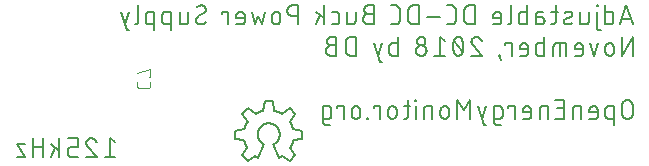
<source format=gbo>
G75*
%MOIN*%
%OFA0B0*%
%FSLAX25Y25*%
%IPPOS*%
%LPD*%
%AMOC8*
5,1,8,0,0,1.08239X$1,22.5*
%
%ADD10C,0.00700*%
%ADD11C,0.00600*%
%ADD12C,0.00400*%
D10*
X0016924Y0011212D02*
X0019724Y0011212D01*
X0016924Y0015412D01*
X0019724Y0015412D01*
X0022318Y0014712D02*
X0025818Y0014712D01*
X0028338Y0015412D02*
X0031138Y0013312D01*
X0029913Y0014187D02*
X0028338Y0011212D01*
X0025818Y0011212D02*
X0025818Y0017512D01*
X0022318Y0017512D02*
X0022318Y0011212D01*
X0031138Y0011212D02*
X0031138Y0017512D01*
X0034010Y0017512D02*
X0037510Y0017512D01*
X0037510Y0014712D01*
X0035410Y0014712D01*
X0035337Y0014710D01*
X0035264Y0014704D01*
X0035191Y0014695D01*
X0035119Y0014681D01*
X0035048Y0014664D01*
X0034977Y0014643D01*
X0034908Y0014619D01*
X0034841Y0014591D01*
X0034774Y0014559D01*
X0034710Y0014524D01*
X0034648Y0014486D01*
X0034587Y0014445D01*
X0034529Y0014400D01*
X0034473Y0014352D01*
X0034420Y0014302D01*
X0034370Y0014249D01*
X0034322Y0014193D01*
X0034277Y0014135D01*
X0034236Y0014074D01*
X0034198Y0014012D01*
X0034163Y0013948D01*
X0034131Y0013881D01*
X0034103Y0013814D01*
X0034079Y0013745D01*
X0034058Y0013674D01*
X0034041Y0013603D01*
X0034027Y0013531D01*
X0034018Y0013458D01*
X0034012Y0013385D01*
X0034010Y0013312D01*
X0034010Y0012612D01*
X0034012Y0012539D01*
X0034018Y0012466D01*
X0034027Y0012393D01*
X0034041Y0012321D01*
X0034058Y0012250D01*
X0034079Y0012179D01*
X0034103Y0012110D01*
X0034131Y0012043D01*
X0034163Y0011976D01*
X0034198Y0011912D01*
X0034236Y0011850D01*
X0034277Y0011789D01*
X0034322Y0011731D01*
X0034370Y0011675D01*
X0034420Y0011622D01*
X0034473Y0011572D01*
X0034529Y0011524D01*
X0034587Y0011479D01*
X0034648Y0011438D01*
X0034710Y0011400D01*
X0034774Y0011365D01*
X0034841Y0011333D01*
X0034908Y0011305D01*
X0034977Y0011281D01*
X0035048Y0011260D01*
X0035119Y0011243D01*
X0035191Y0011229D01*
X0035264Y0011220D01*
X0035337Y0011214D01*
X0035410Y0011212D01*
X0037510Y0011212D01*
X0040164Y0011212D02*
X0043664Y0011212D01*
X0040689Y0014712D01*
X0041739Y0017511D02*
X0041827Y0017509D01*
X0041914Y0017503D01*
X0042001Y0017494D01*
X0042088Y0017481D01*
X0042174Y0017464D01*
X0042259Y0017443D01*
X0042344Y0017419D01*
X0042427Y0017390D01*
X0042509Y0017359D01*
X0042589Y0017324D01*
X0042668Y0017285D01*
X0042745Y0017243D01*
X0042820Y0017198D01*
X0042893Y0017149D01*
X0042964Y0017098D01*
X0043033Y0017043D01*
X0043099Y0016986D01*
X0043163Y0016925D01*
X0043224Y0016862D01*
X0043282Y0016797D01*
X0043337Y0016729D01*
X0043389Y0016658D01*
X0043438Y0016585D01*
X0043484Y0016511D01*
X0043527Y0016434D01*
X0043566Y0016356D01*
X0043602Y0016276D01*
X0043635Y0016194D01*
X0043664Y0016111D01*
X0040689Y0014712D02*
X0040632Y0014769D01*
X0040578Y0014828D01*
X0040527Y0014890D01*
X0040478Y0014955D01*
X0040433Y0015022D01*
X0040391Y0015090D01*
X0040352Y0015161D01*
X0040317Y0015234D01*
X0040285Y0015308D01*
X0040257Y0015383D01*
X0040233Y0015460D01*
X0040212Y0015538D01*
X0040195Y0015617D01*
X0040181Y0015696D01*
X0040172Y0015776D01*
X0040166Y0015856D01*
X0040164Y0015937D01*
X0040166Y0016014D01*
X0040172Y0016091D01*
X0040181Y0016168D01*
X0040194Y0016244D01*
X0040211Y0016320D01*
X0040232Y0016394D01*
X0040256Y0016468D01*
X0040284Y0016540D01*
X0040315Y0016610D01*
X0040350Y0016679D01*
X0040388Y0016747D01*
X0040429Y0016812D01*
X0040474Y0016875D01*
X0040522Y0016936D01*
X0040572Y0016995D01*
X0040625Y0017051D01*
X0040681Y0017104D01*
X0040740Y0017154D01*
X0040801Y0017202D01*
X0040864Y0017247D01*
X0040929Y0017288D01*
X0040997Y0017326D01*
X0041066Y0017361D01*
X0041136Y0017392D01*
X0041208Y0017420D01*
X0041282Y0017444D01*
X0041356Y0017465D01*
X0041432Y0017482D01*
X0041508Y0017495D01*
X0041585Y0017504D01*
X0041662Y0017510D01*
X0041739Y0017512D01*
X0048068Y0017512D02*
X0048068Y0011212D01*
X0049818Y0011212D02*
X0046318Y0011212D01*
X0049818Y0016112D02*
X0048068Y0017512D01*
X0119095Y0022965D02*
X0119095Y0028215D01*
X0120845Y0028215D01*
X0120908Y0028213D01*
X0120972Y0028207D01*
X0121034Y0028198D01*
X0121096Y0028184D01*
X0121157Y0028167D01*
X0121217Y0028147D01*
X0121276Y0028122D01*
X0121333Y0028095D01*
X0121388Y0028064D01*
X0121441Y0028029D01*
X0121493Y0027992D01*
X0121541Y0027951D01*
X0121587Y0027907D01*
X0121631Y0027861D01*
X0121672Y0027813D01*
X0121709Y0027761D01*
X0121744Y0027708D01*
X0121775Y0027653D01*
X0121802Y0027596D01*
X0121827Y0027537D01*
X0121847Y0027477D01*
X0121864Y0027416D01*
X0121878Y0027354D01*
X0121887Y0027292D01*
X0121893Y0027228D01*
X0121895Y0027165D01*
X0121895Y0025065D01*
X0121893Y0025002D01*
X0121887Y0024938D01*
X0121878Y0024876D01*
X0121864Y0024814D01*
X0121847Y0024753D01*
X0121827Y0024693D01*
X0121802Y0024634D01*
X0121775Y0024577D01*
X0121744Y0024522D01*
X0121709Y0024469D01*
X0121672Y0024417D01*
X0121631Y0024369D01*
X0121587Y0024323D01*
X0121541Y0024279D01*
X0121493Y0024238D01*
X0121441Y0024201D01*
X0121388Y0024166D01*
X0121333Y0024135D01*
X0121276Y0024108D01*
X0121217Y0024083D01*
X0121157Y0024063D01*
X0121096Y0024046D01*
X0121034Y0024032D01*
X0120972Y0024023D01*
X0120908Y0024017D01*
X0120845Y0024015D01*
X0119095Y0024015D01*
X0119095Y0022965D02*
X0119097Y0022902D01*
X0119103Y0022838D01*
X0119112Y0022776D01*
X0119126Y0022714D01*
X0119143Y0022653D01*
X0119163Y0022593D01*
X0119188Y0022534D01*
X0119215Y0022477D01*
X0119246Y0022422D01*
X0119281Y0022369D01*
X0119318Y0022317D01*
X0119359Y0022269D01*
X0119403Y0022223D01*
X0119449Y0022179D01*
X0119497Y0022138D01*
X0119549Y0022101D01*
X0119602Y0022066D01*
X0119657Y0022035D01*
X0119714Y0022008D01*
X0119773Y0021983D01*
X0119833Y0021963D01*
X0119894Y0021946D01*
X0119956Y0021932D01*
X0120018Y0021923D01*
X0120082Y0021917D01*
X0120145Y0021915D01*
X0121545Y0021915D01*
X0125929Y0024015D02*
X0125929Y0028215D01*
X0123829Y0028215D01*
X0123829Y0027515D01*
X0128704Y0026815D02*
X0128704Y0025415D01*
X0128706Y0025342D01*
X0128712Y0025269D01*
X0128721Y0025196D01*
X0128735Y0025124D01*
X0128752Y0025053D01*
X0128773Y0024982D01*
X0128797Y0024913D01*
X0128825Y0024846D01*
X0128857Y0024779D01*
X0128892Y0024715D01*
X0128930Y0024653D01*
X0128971Y0024592D01*
X0129016Y0024534D01*
X0129064Y0024478D01*
X0129114Y0024425D01*
X0129167Y0024375D01*
X0129223Y0024327D01*
X0129281Y0024282D01*
X0129342Y0024241D01*
X0129404Y0024203D01*
X0129468Y0024168D01*
X0129535Y0024136D01*
X0129602Y0024108D01*
X0129671Y0024084D01*
X0129742Y0024063D01*
X0129813Y0024046D01*
X0129885Y0024032D01*
X0129958Y0024023D01*
X0130031Y0024017D01*
X0130104Y0024015D01*
X0130177Y0024017D01*
X0130250Y0024023D01*
X0130323Y0024032D01*
X0130395Y0024046D01*
X0130466Y0024063D01*
X0130537Y0024084D01*
X0130606Y0024108D01*
X0130673Y0024136D01*
X0130740Y0024168D01*
X0130804Y0024203D01*
X0130866Y0024241D01*
X0130927Y0024282D01*
X0130985Y0024327D01*
X0131041Y0024375D01*
X0131094Y0024425D01*
X0131144Y0024478D01*
X0131192Y0024534D01*
X0131237Y0024592D01*
X0131278Y0024653D01*
X0131316Y0024715D01*
X0131351Y0024779D01*
X0131383Y0024846D01*
X0131411Y0024913D01*
X0131435Y0024982D01*
X0131456Y0025053D01*
X0131473Y0025124D01*
X0131487Y0025196D01*
X0131496Y0025269D01*
X0131502Y0025342D01*
X0131504Y0025415D01*
X0131504Y0026815D01*
X0131502Y0026888D01*
X0131496Y0026961D01*
X0131487Y0027034D01*
X0131473Y0027106D01*
X0131456Y0027177D01*
X0131435Y0027248D01*
X0131411Y0027317D01*
X0131383Y0027384D01*
X0131351Y0027451D01*
X0131316Y0027515D01*
X0131278Y0027577D01*
X0131237Y0027638D01*
X0131192Y0027696D01*
X0131144Y0027752D01*
X0131094Y0027805D01*
X0131041Y0027855D01*
X0130985Y0027903D01*
X0130927Y0027948D01*
X0130866Y0027989D01*
X0130804Y0028027D01*
X0130740Y0028062D01*
X0130673Y0028094D01*
X0130606Y0028122D01*
X0130537Y0028146D01*
X0130466Y0028167D01*
X0130395Y0028184D01*
X0130323Y0028198D01*
X0130250Y0028207D01*
X0130177Y0028213D01*
X0130104Y0028215D01*
X0130031Y0028213D01*
X0129958Y0028207D01*
X0129885Y0028198D01*
X0129813Y0028184D01*
X0129742Y0028167D01*
X0129671Y0028146D01*
X0129602Y0028122D01*
X0129535Y0028094D01*
X0129468Y0028062D01*
X0129404Y0028027D01*
X0129342Y0027989D01*
X0129281Y0027948D01*
X0129223Y0027903D01*
X0129167Y0027855D01*
X0129114Y0027805D01*
X0129064Y0027752D01*
X0129016Y0027696D01*
X0128971Y0027638D01*
X0128930Y0027577D01*
X0128892Y0027515D01*
X0128857Y0027451D01*
X0128825Y0027384D01*
X0128797Y0027317D01*
X0128773Y0027248D01*
X0128752Y0027177D01*
X0128735Y0027106D01*
X0128721Y0027034D01*
X0128712Y0026961D01*
X0128706Y0026888D01*
X0128704Y0026815D01*
X0133827Y0024365D02*
X0133827Y0024015D01*
X0134177Y0024015D01*
X0134177Y0024365D01*
X0133827Y0024365D01*
X0138032Y0024015D02*
X0138032Y0028215D01*
X0135932Y0028215D01*
X0135932Y0027515D01*
X0140807Y0026815D02*
X0140807Y0025415D01*
X0140809Y0025342D01*
X0140815Y0025269D01*
X0140824Y0025196D01*
X0140838Y0025124D01*
X0140855Y0025053D01*
X0140876Y0024982D01*
X0140900Y0024913D01*
X0140928Y0024846D01*
X0140960Y0024779D01*
X0140995Y0024715D01*
X0141033Y0024653D01*
X0141074Y0024592D01*
X0141119Y0024534D01*
X0141167Y0024478D01*
X0141217Y0024425D01*
X0141270Y0024375D01*
X0141326Y0024327D01*
X0141384Y0024282D01*
X0141445Y0024241D01*
X0141507Y0024203D01*
X0141571Y0024168D01*
X0141638Y0024136D01*
X0141705Y0024108D01*
X0141774Y0024084D01*
X0141845Y0024063D01*
X0141916Y0024046D01*
X0141988Y0024032D01*
X0142061Y0024023D01*
X0142134Y0024017D01*
X0142207Y0024015D01*
X0142280Y0024017D01*
X0142353Y0024023D01*
X0142426Y0024032D01*
X0142498Y0024046D01*
X0142569Y0024063D01*
X0142640Y0024084D01*
X0142709Y0024108D01*
X0142776Y0024136D01*
X0142843Y0024168D01*
X0142907Y0024203D01*
X0142969Y0024241D01*
X0143030Y0024282D01*
X0143088Y0024327D01*
X0143144Y0024375D01*
X0143197Y0024425D01*
X0143247Y0024478D01*
X0143295Y0024534D01*
X0143340Y0024592D01*
X0143381Y0024653D01*
X0143419Y0024715D01*
X0143454Y0024779D01*
X0143486Y0024846D01*
X0143514Y0024913D01*
X0143538Y0024982D01*
X0143559Y0025053D01*
X0143576Y0025124D01*
X0143590Y0025196D01*
X0143599Y0025269D01*
X0143605Y0025342D01*
X0143607Y0025415D01*
X0143607Y0026815D01*
X0143605Y0026888D01*
X0143599Y0026961D01*
X0143590Y0027034D01*
X0143576Y0027106D01*
X0143559Y0027177D01*
X0143538Y0027248D01*
X0143514Y0027317D01*
X0143486Y0027384D01*
X0143454Y0027451D01*
X0143419Y0027515D01*
X0143381Y0027577D01*
X0143340Y0027638D01*
X0143295Y0027696D01*
X0143247Y0027752D01*
X0143197Y0027805D01*
X0143144Y0027855D01*
X0143088Y0027903D01*
X0143030Y0027948D01*
X0142969Y0027989D01*
X0142907Y0028027D01*
X0142843Y0028062D01*
X0142776Y0028094D01*
X0142709Y0028122D01*
X0142640Y0028146D01*
X0142569Y0028167D01*
X0142498Y0028184D01*
X0142426Y0028198D01*
X0142353Y0028207D01*
X0142280Y0028213D01*
X0142207Y0028215D01*
X0142134Y0028213D01*
X0142061Y0028207D01*
X0141988Y0028198D01*
X0141916Y0028184D01*
X0141845Y0028167D01*
X0141774Y0028146D01*
X0141705Y0028122D01*
X0141638Y0028094D01*
X0141571Y0028062D01*
X0141507Y0028027D01*
X0141445Y0027989D01*
X0141384Y0027948D01*
X0141326Y0027903D01*
X0141270Y0027855D01*
X0141217Y0027805D01*
X0141167Y0027752D01*
X0141119Y0027696D01*
X0141074Y0027638D01*
X0141033Y0027577D01*
X0140995Y0027515D01*
X0140960Y0027451D01*
X0140928Y0027384D01*
X0140900Y0027317D01*
X0140876Y0027248D01*
X0140855Y0027177D01*
X0140838Y0027106D01*
X0140824Y0027034D01*
X0140815Y0026961D01*
X0140809Y0026888D01*
X0140807Y0026815D01*
X0145926Y0028215D02*
X0148026Y0028215D01*
X0150002Y0028215D02*
X0150002Y0024015D01*
X0152705Y0024015D02*
X0152705Y0027165D01*
X0152707Y0027228D01*
X0152713Y0027292D01*
X0152722Y0027354D01*
X0152736Y0027416D01*
X0152753Y0027477D01*
X0152773Y0027537D01*
X0152798Y0027596D01*
X0152825Y0027653D01*
X0152856Y0027708D01*
X0152891Y0027761D01*
X0152928Y0027813D01*
X0152969Y0027861D01*
X0153013Y0027907D01*
X0153059Y0027951D01*
X0153107Y0027992D01*
X0153159Y0028029D01*
X0153212Y0028064D01*
X0153267Y0028095D01*
X0153324Y0028122D01*
X0153383Y0028147D01*
X0153443Y0028167D01*
X0153504Y0028184D01*
X0153566Y0028198D01*
X0153628Y0028207D01*
X0153692Y0028213D01*
X0153755Y0028215D01*
X0155505Y0028215D01*
X0155505Y0024015D01*
X0158244Y0025415D02*
X0158244Y0026815D01*
X0158246Y0026888D01*
X0158252Y0026961D01*
X0158261Y0027034D01*
X0158275Y0027106D01*
X0158292Y0027177D01*
X0158313Y0027248D01*
X0158337Y0027317D01*
X0158365Y0027384D01*
X0158397Y0027451D01*
X0158432Y0027515D01*
X0158470Y0027577D01*
X0158511Y0027638D01*
X0158556Y0027696D01*
X0158604Y0027752D01*
X0158654Y0027805D01*
X0158707Y0027855D01*
X0158763Y0027903D01*
X0158821Y0027948D01*
X0158882Y0027989D01*
X0158944Y0028027D01*
X0159008Y0028062D01*
X0159075Y0028094D01*
X0159142Y0028122D01*
X0159211Y0028146D01*
X0159282Y0028167D01*
X0159353Y0028184D01*
X0159425Y0028198D01*
X0159498Y0028207D01*
X0159571Y0028213D01*
X0159644Y0028215D01*
X0159717Y0028213D01*
X0159790Y0028207D01*
X0159863Y0028198D01*
X0159935Y0028184D01*
X0160006Y0028167D01*
X0160077Y0028146D01*
X0160146Y0028122D01*
X0160213Y0028094D01*
X0160280Y0028062D01*
X0160344Y0028027D01*
X0160406Y0027989D01*
X0160467Y0027948D01*
X0160525Y0027903D01*
X0160581Y0027855D01*
X0160634Y0027805D01*
X0160684Y0027752D01*
X0160732Y0027696D01*
X0160777Y0027638D01*
X0160818Y0027577D01*
X0160856Y0027515D01*
X0160891Y0027451D01*
X0160923Y0027384D01*
X0160951Y0027317D01*
X0160975Y0027248D01*
X0160996Y0027177D01*
X0161013Y0027106D01*
X0161027Y0027034D01*
X0161036Y0026961D01*
X0161042Y0026888D01*
X0161044Y0026815D01*
X0161044Y0025415D01*
X0161042Y0025342D01*
X0161036Y0025269D01*
X0161027Y0025196D01*
X0161013Y0025124D01*
X0160996Y0025053D01*
X0160975Y0024982D01*
X0160951Y0024913D01*
X0160923Y0024846D01*
X0160891Y0024779D01*
X0160856Y0024715D01*
X0160818Y0024653D01*
X0160777Y0024592D01*
X0160732Y0024534D01*
X0160684Y0024478D01*
X0160634Y0024425D01*
X0160581Y0024375D01*
X0160525Y0024327D01*
X0160467Y0024282D01*
X0160406Y0024241D01*
X0160344Y0024203D01*
X0160280Y0024168D01*
X0160213Y0024136D01*
X0160146Y0024108D01*
X0160077Y0024084D01*
X0160006Y0024063D01*
X0159935Y0024046D01*
X0159863Y0024032D01*
X0159790Y0024023D01*
X0159717Y0024017D01*
X0159644Y0024015D01*
X0159571Y0024017D01*
X0159498Y0024023D01*
X0159425Y0024032D01*
X0159353Y0024046D01*
X0159282Y0024063D01*
X0159211Y0024084D01*
X0159142Y0024108D01*
X0159075Y0024136D01*
X0159008Y0024168D01*
X0158944Y0024203D01*
X0158882Y0024241D01*
X0158821Y0024282D01*
X0158763Y0024327D01*
X0158707Y0024375D01*
X0158654Y0024425D01*
X0158604Y0024478D01*
X0158556Y0024534D01*
X0158511Y0024592D01*
X0158470Y0024653D01*
X0158432Y0024715D01*
X0158397Y0024779D01*
X0158365Y0024846D01*
X0158337Y0024913D01*
X0158313Y0024982D01*
X0158292Y0025053D01*
X0158275Y0025124D01*
X0158261Y0025196D01*
X0158252Y0025269D01*
X0158246Y0025342D01*
X0158244Y0025415D01*
X0163903Y0024015D02*
X0163903Y0030315D01*
X0166003Y0026815D01*
X0168103Y0030315D01*
X0168103Y0024015D01*
X0172157Y0024015D02*
X0173557Y0028215D01*
X0176122Y0028215D02*
X0176122Y0022965D01*
X0176122Y0024015D02*
X0177872Y0024015D01*
X0177935Y0024017D01*
X0177999Y0024023D01*
X0178061Y0024032D01*
X0178123Y0024046D01*
X0178184Y0024063D01*
X0178244Y0024083D01*
X0178303Y0024108D01*
X0178360Y0024135D01*
X0178415Y0024166D01*
X0178468Y0024201D01*
X0178520Y0024238D01*
X0178568Y0024279D01*
X0178614Y0024323D01*
X0178658Y0024369D01*
X0178699Y0024417D01*
X0178736Y0024469D01*
X0178771Y0024522D01*
X0178802Y0024577D01*
X0178829Y0024634D01*
X0178854Y0024693D01*
X0178874Y0024753D01*
X0178891Y0024814D01*
X0178905Y0024876D01*
X0178914Y0024938D01*
X0178920Y0025002D01*
X0178922Y0025065D01*
X0178922Y0027165D01*
X0178920Y0027228D01*
X0178914Y0027292D01*
X0178905Y0027354D01*
X0178891Y0027416D01*
X0178874Y0027477D01*
X0178854Y0027537D01*
X0178829Y0027596D01*
X0178802Y0027653D01*
X0178771Y0027708D01*
X0178736Y0027761D01*
X0178699Y0027813D01*
X0178658Y0027861D01*
X0178614Y0027907D01*
X0178568Y0027951D01*
X0178520Y0027992D01*
X0178468Y0028029D01*
X0178415Y0028064D01*
X0178360Y0028095D01*
X0178303Y0028122D01*
X0178244Y0028147D01*
X0178184Y0028167D01*
X0178123Y0028184D01*
X0178061Y0028198D01*
X0177999Y0028207D01*
X0177935Y0028213D01*
X0177872Y0028215D01*
X0176122Y0028215D01*
X0180856Y0028215D02*
X0180856Y0027515D01*
X0180856Y0028215D02*
X0182956Y0028215D01*
X0182956Y0024015D01*
X0185731Y0024015D02*
X0187481Y0024015D01*
X0187544Y0024017D01*
X0187608Y0024023D01*
X0187670Y0024032D01*
X0187732Y0024046D01*
X0187793Y0024063D01*
X0187853Y0024083D01*
X0187912Y0024108D01*
X0187969Y0024135D01*
X0188024Y0024166D01*
X0188077Y0024201D01*
X0188129Y0024238D01*
X0188177Y0024279D01*
X0188223Y0024323D01*
X0188267Y0024369D01*
X0188308Y0024417D01*
X0188345Y0024469D01*
X0188380Y0024522D01*
X0188411Y0024577D01*
X0188438Y0024634D01*
X0188463Y0024693D01*
X0188483Y0024753D01*
X0188500Y0024814D01*
X0188514Y0024876D01*
X0188523Y0024938D01*
X0188529Y0025002D01*
X0188531Y0025065D01*
X0188531Y0026815D01*
X0188531Y0026115D02*
X0185731Y0026115D01*
X0185731Y0026815D01*
X0185733Y0026888D01*
X0185739Y0026961D01*
X0185748Y0027034D01*
X0185762Y0027106D01*
X0185779Y0027177D01*
X0185800Y0027248D01*
X0185824Y0027317D01*
X0185852Y0027384D01*
X0185884Y0027451D01*
X0185919Y0027515D01*
X0185957Y0027577D01*
X0185998Y0027638D01*
X0186043Y0027696D01*
X0186091Y0027752D01*
X0186141Y0027805D01*
X0186194Y0027855D01*
X0186250Y0027903D01*
X0186308Y0027948D01*
X0186369Y0027989D01*
X0186431Y0028027D01*
X0186495Y0028062D01*
X0186562Y0028094D01*
X0186629Y0028122D01*
X0186698Y0028146D01*
X0186769Y0028167D01*
X0186840Y0028184D01*
X0186912Y0028198D01*
X0186985Y0028207D01*
X0187058Y0028213D01*
X0187131Y0028215D01*
X0187204Y0028213D01*
X0187277Y0028207D01*
X0187350Y0028198D01*
X0187422Y0028184D01*
X0187493Y0028167D01*
X0187564Y0028146D01*
X0187633Y0028122D01*
X0187700Y0028094D01*
X0187767Y0028062D01*
X0187831Y0028027D01*
X0187893Y0027989D01*
X0187954Y0027948D01*
X0188012Y0027903D01*
X0188068Y0027855D01*
X0188121Y0027805D01*
X0188171Y0027752D01*
X0188219Y0027696D01*
X0188264Y0027638D01*
X0188305Y0027577D01*
X0188343Y0027515D01*
X0188378Y0027451D01*
X0188410Y0027384D01*
X0188438Y0027317D01*
X0188462Y0027248D01*
X0188483Y0027177D01*
X0188500Y0027106D01*
X0188514Y0027034D01*
X0188523Y0026961D01*
X0188529Y0026888D01*
X0188531Y0026815D01*
X0191270Y0027165D02*
X0191270Y0024015D01*
X0194070Y0024015D02*
X0194070Y0028215D01*
X0192320Y0028215D01*
X0192257Y0028213D01*
X0192193Y0028207D01*
X0192131Y0028198D01*
X0192069Y0028184D01*
X0192008Y0028167D01*
X0191948Y0028147D01*
X0191889Y0028122D01*
X0191832Y0028095D01*
X0191777Y0028064D01*
X0191724Y0028029D01*
X0191672Y0027992D01*
X0191624Y0027951D01*
X0191578Y0027907D01*
X0191534Y0027861D01*
X0191493Y0027813D01*
X0191456Y0027761D01*
X0191421Y0027708D01*
X0191390Y0027653D01*
X0191363Y0027596D01*
X0191338Y0027537D01*
X0191318Y0027477D01*
X0191301Y0027416D01*
X0191287Y0027354D01*
X0191278Y0027292D01*
X0191272Y0027228D01*
X0191270Y0027165D01*
X0197230Y0027515D02*
X0199330Y0027515D01*
X0202347Y0027165D02*
X0202347Y0024015D01*
X0199330Y0024015D02*
X0199330Y0030315D01*
X0196530Y0030315D01*
X0203397Y0028215D02*
X0205147Y0028215D01*
X0205147Y0024015D01*
X0207886Y0024015D02*
X0209636Y0024015D01*
X0209699Y0024017D01*
X0209763Y0024023D01*
X0209825Y0024032D01*
X0209887Y0024046D01*
X0209948Y0024063D01*
X0210008Y0024083D01*
X0210067Y0024108D01*
X0210124Y0024135D01*
X0210179Y0024166D01*
X0210232Y0024201D01*
X0210284Y0024238D01*
X0210332Y0024279D01*
X0210378Y0024323D01*
X0210422Y0024369D01*
X0210463Y0024417D01*
X0210500Y0024469D01*
X0210535Y0024522D01*
X0210566Y0024577D01*
X0210593Y0024634D01*
X0210618Y0024693D01*
X0210638Y0024753D01*
X0210655Y0024814D01*
X0210669Y0024876D01*
X0210678Y0024938D01*
X0210684Y0025002D01*
X0210686Y0025065D01*
X0210686Y0026815D01*
X0210686Y0026115D02*
X0207886Y0026115D01*
X0207886Y0026815D01*
X0207888Y0026888D01*
X0207894Y0026961D01*
X0207903Y0027034D01*
X0207917Y0027106D01*
X0207934Y0027177D01*
X0207955Y0027248D01*
X0207979Y0027317D01*
X0208007Y0027384D01*
X0208039Y0027451D01*
X0208074Y0027515D01*
X0208112Y0027577D01*
X0208153Y0027638D01*
X0208198Y0027696D01*
X0208246Y0027752D01*
X0208296Y0027805D01*
X0208349Y0027855D01*
X0208405Y0027903D01*
X0208463Y0027948D01*
X0208524Y0027989D01*
X0208586Y0028027D01*
X0208650Y0028062D01*
X0208717Y0028094D01*
X0208784Y0028122D01*
X0208853Y0028146D01*
X0208924Y0028167D01*
X0208995Y0028184D01*
X0209067Y0028198D01*
X0209140Y0028207D01*
X0209213Y0028213D01*
X0209286Y0028215D01*
X0209359Y0028213D01*
X0209432Y0028207D01*
X0209505Y0028198D01*
X0209577Y0028184D01*
X0209648Y0028167D01*
X0209719Y0028146D01*
X0209788Y0028122D01*
X0209855Y0028094D01*
X0209922Y0028062D01*
X0209986Y0028027D01*
X0210048Y0027989D01*
X0210109Y0027948D01*
X0210167Y0027903D01*
X0210223Y0027855D01*
X0210276Y0027805D01*
X0210326Y0027752D01*
X0210374Y0027696D01*
X0210419Y0027638D01*
X0210460Y0027577D01*
X0210498Y0027515D01*
X0210533Y0027451D01*
X0210565Y0027384D01*
X0210593Y0027317D01*
X0210617Y0027248D01*
X0210638Y0027177D01*
X0210655Y0027106D01*
X0210669Y0027034D01*
X0210678Y0026961D01*
X0210684Y0026888D01*
X0210686Y0026815D01*
X0213188Y0027165D02*
X0213188Y0025065D01*
X0213190Y0025002D01*
X0213196Y0024938D01*
X0213205Y0024876D01*
X0213219Y0024814D01*
X0213236Y0024753D01*
X0213256Y0024693D01*
X0213281Y0024634D01*
X0213308Y0024577D01*
X0213339Y0024522D01*
X0213374Y0024469D01*
X0213411Y0024417D01*
X0213452Y0024369D01*
X0213496Y0024323D01*
X0213542Y0024279D01*
X0213590Y0024238D01*
X0213642Y0024201D01*
X0213695Y0024166D01*
X0213750Y0024135D01*
X0213807Y0024108D01*
X0213866Y0024083D01*
X0213926Y0024063D01*
X0213987Y0024046D01*
X0214049Y0024032D01*
X0214111Y0024023D01*
X0214175Y0024017D01*
X0214238Y0024015D01*
X0215988Y0024015D01*
X0215988Y0021915D02*
X0215988Y0028215D01*
X0214238Y0028215D01*
X0214175Y0028213D01*
X0214111Y0028207D01*
X0214049Y0028198D01*
X0213987Y0028184D01*
X0213926Y0028167D01*
X0213866Y0028147D01*
X0213807Y0028122D01*
X0213750Y0028095D01*
X0213695Y0028064D01*
X0213642Y0028029D01*
X0213590Y0027992D01*
X0213542Y0027951D01*
X0213496Y0027907D01*
X0213452Y0027861D01*
X0213411Y0027813D01*
X0213374Y0027761D01*
X0213339Y0027708D01*
X0213308Y0027653D01*
X0213281Y0027596D01*
X0213256Y0027537D01*
X0213236Y0027477D01*
X0213219Y0027416D01*
X0213205Y0027354D01*
X0213196Y0027292D01*
X0213190Y0027228D01*
X0213188Y0027165D01*
X0218818Y0028565D02*
X0218818Y0025765D01*
X0218820Y0025683D01*
X0218826Y0025601D01*
X0218835Y0025520D01*
X0218849Y0025439D01*
X0218866Y0025358D01*
X0218887Y0025279D01*
X0218911Y0025201D01*
X0218940Y0025124D01*
X0218972Y0025048D01*
X0219007Y0024974D01*
X0219046Y0024902D01*
X0219088Y0024831D01*
X0219133Y0024763D01*
X0219182Y0024697D01*
X0219233Y0024633D01*
X0219288Y0024572D01*
X0219345Y0024513D01*
X0219405Y0024457D01*
X0219468Y0024404D01*
X0219533Y0024354D01*
X0219600Y0024307D01*
X0219669Y0024263D01*
X0219741Y0024223D01*
X0219814Y0024186D01*
X0219889Y0024152D01*
X0219965Y0024122D01*
X0220043Y0024096D01*
X0220122Y0024073D01*
X0220201Y0024054D01*
X0220282Y0024039D01*
X0220363Y0024027D01*
X0220445Y0024019D01*
X0220527Y0024015D01*
X0220609Y0024015D01*
X0220691Y0024019D01*
X0220773Y0024027D01*
X0220854Y0024039D01*
X0220935Y0024054D01*
X0221014Y0024073D01*
X0221093Y0024096D01*
X0221171Y0024122D01*
X0221247Y0024152D01*
X0221322Y0024186D01*
X0221395Y0024223D01*
X0221467Y0024263D01*
X0221536Y0024307D01*
X0221603Y0024354D01*
X0221668Y0024404D01*
X0221731Y0024457D01*
X0221791Y0024513D01*
X0221848Y0024572D01*
X0221903Y0024633D01*
X0221954Y0024697D01*
X0222003Y0024763D01*
X0222048Y0024831D01*
X0222090Y0024902D01*
X0222129Y0024974D01*
X0222164Y0025048D01*
X0222196Y0025124D01*
X0222225Y0025201D01*
X0222249Y0025279D01*
X0222270Y0025358D01*
X0222287Y0025439D01*
X0222301Y0025520D01*
X0222310Y0025601D01*
X0222316Y0025683D01*
X0222318Y0025765D01*
X0222318Y0028565D01*
X0222316Y0028647D01*
X0222310Y0028729D01*
X0222301Y0028810D01*
X0222287Y0028891D01*
X0222270Y0028972D01*
X0222249Y0029051D01*
X0222225Y0029129D01*
X0222196Y0029206D01*
X0222164Y0029282D01*
X0222129Y0029356D01*
X0222090Y0029428D01*
X0222048Y0029499D01*
X0222003Y0029567D01*
X0221954Y0029633D01*
X0221903Y0029697D01*
X0221848Y0029758D01*
X0221791Y0029817D01*
X0221731Y0029873D01*
X0221668Y0029926D01*
X0221603Y0029976D01*
X0221536Y0030023D01*
X0221467Y0030067D01*
X0221395Y0030107D01*
X0221322Y0030144D01*
X0221247Y0030178D01*
X0221171Y0030208D01*
X0221093Y0030234D01*
X0221014Y0030257D01*
X0220935Y0030276D01*
X0220854Y0030291D01*
X0220773Y0030303D01*
X0220691Y0030311D01*
X0220609Y0030315D01*
X0220527Y0030315D01*
X0220445Y0030311D01*
X0220363Y0030303D01*
X0220282Y0030291D01*
X0220201Y0030276D01*
X0220122Y0030257D01*
X0220043Y0030234D01*
X0219965Y0030208D01*
X0219889Y0030178D01*
X0219814Y0030144D01*
X0219741Y0030107D01*
X0219669Y0030067D01*
X0219600Y0030023D01*
X0219533Y0029976D01*
X0219468Y0029926D01*
X0219405Y0029873D01*
X0219345Y0029817D01*
X0219288Y0029758D01*
X0219233Y0029697D01*
X0219182Y0029633D01*
X0219133Y0029567D01*
X0219088Y0029499D01*
X0219046Y0029428D01*
X0219007Y0029356D01*
X0218972Y0029282D01*
X0218940Y0029206D01*
X0218911Y0029129D01*
X0218887Y0029051D01*
X0218866Y0028972D01*
X0218849Y0028891D01*
X0218835Y0028810D01*
X0218826Y0028729D01*
X0218820Y0028647D01*
X0218818Y0028565D01*
X0203397Y0028215D02*
X0203334Y0028213D01*
X0203270Y0028207D01*
X0203208Y0028198D01*
X0203146Y0028184D01*
X0203085Y0028167D01*
X0203025Y0028147D01*
X0202966Y0028122D01*
X0202909Y0028095D01*
X0202854Y0028064D01*
X0202801Y0028029D01*
X0202749Y0027992D01*
X0202701Y0027951D01*
X0202655Y0027907D01*
X0202611Y0027861D01*
X0202570Y0027813D01*
X0202533Y0027761D01*
X0202498Y0027708D01*
X0202467Y0027653D01*
X0202440Y0027596D01*
X0202415Y0027537D01*
X0202395Y0027477D01*
X0202378Y0027416D01*
X0202364Y0027354D01*
X0202355Y0027292D01*
X0202349Y0027228D01*
X0202347Y0027165D01*
X0199330Y0024015D02*
X0196530Y0024015D01*
X0178572Y0021915D02*
X0177172Y0021915D01*
X0177109Y0021917D01*
X0177045Y0021923D01*
X0176983Y0021932D01*
X0176921Y0021946D01*
X0176860Y0021963D01*
X0176800Y0021983D01*
X0176741Y0022008D01*
X0176684Y0022035D01*
X0176629Y0022066D01*
X0176576Y0022101D01*
X0176524Y0022138D01*
X0176476Y0022179D01*
X0176430Y0022223D01*
X0176386Y0022269D01*
X0176345Y0022317D01*
X0176308Y0022369D01*
X0176273Y0022422D01*
X0176242Y0022477D01*
X0176215Y0022534D01*
X0176190Y0022593D01*
X0176170Y0022653D01*
X0176153Y0022714D01*
X0176139Y0022776D01*
X0176130Y0022838D01*
X0176124Y0022902D01*
X0176122Y0022965D01*
X0173557Y0021915D02*
X0172857Y0021915D01*
X0170757Y0028215D01*
X0150177Y0029965D02*
X0149827Y0029965D01*
X0149827Y0030315D01*
X0150177Y0030315D01*
X0150177Y0029965D01*
X0147326Y0030315D02*
X0147326Y0025065D01*
X0147324Y0025002D01*
X0147318Y0024938D01*
X0147309Y0024876D01*
X0147295Y0024814D01*
X0147278Y0024753D01*
X0147258Y0024693D01*
X0147233Y0024634D01*
X0147206Y0024577D01*
X0147175Y0024522D01*
X0147140Y0024469D01*
X0147103Y0024417D01*
X0147062Y0024369D01*
X0147018Y0024323D01*
X0146972Y0024279D01*
X0146924Y0024238D01*
X0146872Y0024201D01*
X0146819Y0024166D01*
X0146764Y0024135D01*
X0146707Y0024108D01*
X0146648Y0024083D01*
X0146588Y0024063D01*
X0146527Y0024046D01*
X0146465Y0024032D01*
X0146403Y0024023D01*
X0146339Y0024017D01*
X0146276Y0024015D01*
X0145926Y0024015D01*
X0138889Y0042915D02*
X0138189Y0042915D01*
X0136089Y0049215D01*
X0138889Y0049215D02*
X0137489Y0045015D01*
X0141186Y0046065D02*
X0141186Y0048165D01*
X0141188Y0048228D01*
X0141194Y0048292D01*
X0141203Y0048354D01*
X0141217Y0048416D01*
X0141234Y0048477D01*
X0141254Y0048537D01*
X0141279Y0048596D01*
X0141306Y0048653D01*
X0141337Y0048708D01*
X0141372Y0048761D01*
X0141409Y0048813D01*
X0141450Y0048861D01*
X0141494Y0048907D01*
X0141540Y0048951D01*
X0141588Y0048992D01*
X0141640Y0049029D01*
X0141693Y0049064D01*
X0141748Y0049095D01*
X0141805Y0049122D01*
X0141864Y0049147D01*
X0141924Y0049167D01*
X0141985Y0049184D01*
X0142047Y0049198D01*
X0142109Y0049207D01*
X0142173Y0049213D01*
X0142236Y0049215D01*
X0143986Y0049215D01*
X0143986Y0051315D02*
X0143986Y0045015D01*
X0142236Y0045015D01*
X0142173Y0045017D01*
X0142109Y0045023D01*
X0142047Y0045032D01*
X0141985Y0045046D01*
X0141924Y0045063D01*
X0141864Y0045083D01*
X0141805Y0045108D01*
X0141748Y0045135D01*
X0141693Y0045166D01*
X0141640Y0045201D01*
X0141588Y0045238D01*
X0141540Y0045279D01*
X0141494Y0045323D01*
X0141450Y0045369D01*
X0141409Y0045417D01*
X0141372Y0045469D01*
X0141337Y0045522D01*
X0141306Y0045577D01*
X0141279Y0045634D01*
X0141254Y0045693D01*
X0141234Y0045753D01*
X0141217Y0045814D01*
X0141203Y0045876D01*
X0141194Y0045938D01*
X0141188Y0046002D01*
X0141186Y0046065D01*
X0150098Y0046765D02*
X0150100Y0046683D01*
X0150106Y0046601D01*
X0150115Y0046520D01*
X0150129Y0046439D01*
X0150146Y0046358D01*
X0150167Y0046279D01*
X0150191Y0046201D01*
X0150220Y0046124D01*
X0150252Y0046048D01*
X0150287Y0045974D01*
X0150326Y0045902D01*
X0150368Y0045831D01*
X0150413Y0045763D01*
X0150462Y0045697D01*
X0150513Y0045633D01*
X0150568Y0045572D01*
X0150625Y0045513D01*
X0150685Y0045457D01*
X0150748Y0045404D01*
X0150813Y0045354D01*
X0150880Y0045307D01*
X0150949Y0045263D01*
X0151021Y0045223D01*
X0151094Y0045186D01*
X0151169Y0045152D01*
X0151245Y0045122D01*
X0151323Y0045096D01*
X0151402Y0045073D01*
X0151481Y0045054D01*
X0151562Y0045039D01*
X0151643Y0045027D01*
X0151725Y0045019D01*
X0151807Y0045015D01*
X0151889Y0045015D01*
X0151971Y0045019D01*
X0152053Y0045027D01*
X0152134Y0045039D01*
X0152215Y0045054D01*
X0152294Y0045073D01*
X0152373Y0045096D01*
X0152451Y0045122D01*
X0152527Y0045152D01*
X0152602Y0045186D01*
X0152675Y0045223D01*
X0152747Y0045263D01*
X0152816Y0045307D01*
X0152883Y0045354D01*
X0152948Y0045404D01*
X0153011Y0045457D01*
X0153071Y0045513D01*
X0153128Y0045572D01*
X0153183Y0045633D01*
X0153234Y0045697D01*
X0153283Y0045763D01*
X0153328Y0045831D01*
X0153370Y0045902D01*
X0153409Y0045974D01*
X0153444Y0046048D01*
X0153476Y0046124D01*
X0153505Y0046201D01*
X0153529Y0046279D01*
X0153550Y0046358D01*
X0153567Y0046439D01*
X0153581Y0046520D01*
X0153590Y0046601D01*
X0153596Y0046683D01*
X0153598Y0046765D01*
X0153596Y0046847D01*
X0153590Y0046929D01*
X0153581Y0047010D01*
X0153567Y0047091D01*
X0153550Y0047172D01*
X0153529Y0047251D01*
X0153505Y0047329D01*
X0153476Y0047406D01*
X0153444Y0047482D01*
X0153409Y0047556D01*
X0153370Y0047628D01*
X0153328Y0047699D01*
X0153283Y0047767D01*
X0153234Y0047833D01*
X0153183Y0047897D01*
X0153128Y0047958D01*
X0153071Y0048017D01*
X0153011Y0048073D01*
X0152948Y0048126D01*
X0152883Y0048176D01*
X0152816Y0048223D01*
X0152747Y0048267D01*
X0152675Y0048307D01*
X0152602Y0048344D01*
X0152527Y0048378D01*
X0152451Y0048408D01*
X0152373Y0048434D01*
X0152294Y0048457D01*
X0152215Y0048476D01*
X0152134Y0048491D01*
X0152053Y0048503D01*
X0151971Y0048511D01*
X0151889Y0048515D01*
X0151807Y0048515D01*
X0151725Y0048511D01*
X0151643Y0048503D01*
X0151562Y0048491D01*
X0151481Y0048476D01*
X0151402Y0048457D01*
X0151323Y0048434D01*
X0151245Y0048408D01*
X0151169Y0048378D01*
X0151094Y0048344D01*
X0151021Y0048307D01*
X0150949Y0048267D01*
X0150880Y0048223D01*
X0150813Y0048176D01*
X0150748Y0048126D01*
X0150685Y0048073D01*
X0150625Y0048017D01*
X0150568Y0047958D01*
X0150513Y0047897D01*
X0150462Y0047833D01*
X0150413Y0047767D01*
X0150368Y0047699D01*
X0150326Y0047628D01*
X0150287Y0047556D01*
X0150252Y0047482D01*
X0150220Y0047406D01*
X0150191Y0047329D01*
X0150167Y0047251D01*
X0150146Y0047172D01*
X0150129Y0047091D01*
X0150115Y0047010D01*
X0150106Y0046929D01*
X0150100Y0046847D01*
X0150098Y0046765D01*
X0150448Y0049915D02*
X0150450Y0049842D01*
X0150456Y0049769D01*
X0150465Y0049696D01*
X0150479Y0049624D01*
X0150496Y0049553D01*
X0150517Y0049482D01*
X0150541Y0049413D01*
X0150569Y0049346D01*
X0150601Y0049279D01*
X0150636Y0049215D01*
X0150674Y0049153D01*
X0150715Y0049092D01*
X0150760Y0049034D01*
X0150808Y0048978D01*
X0150858Y0048925D01*
X0150911Y0048875D01*
X0150967Y0048827D01*
X0151025Y0048782D01*
X0151086Y0048741D01*
X0151148Y0048703D01*
X0151212Y0048668D01*
X0151279Y0048636D01*
X0151346Y0048608D01*
X0151415Y0048584D01*
X0151486Y0048563D01*
X0151557Y0048546D01*
X0151629Y0048532D01*
X0151702Y0048523D01*
X0151775Y0048517D01*
X0151848Y0048515D01*
X0151921Y0048517D01*
X0151994Y0048523D01*
X0152067Y0048532D01*
X0152139Y0048546D01*
X0152210Y0048563D01*
X0152281Y0048584D01*
X0152350Y0048608D01*
X0152417Y0048636D01*
X0152484Y0048668D01*
X0152548Y0048703D01*
X0152610Y0048741D01*
X0152671Y0048782D01*
X0152729Y0048827D01*
X0152785Y0048875D01*
X0152838Y0048925D01*
X0152888Y0048978D01*
X0152936Y0049034D01*
X0152981Y0049092D01*
X0153022Y0049153D01*
X0153060Y0049215D01*
X0153095Y0049279D01*
X0153127Y0049346D01*
X0153155Y0049413D01*
X0153179Y0049482D01*
X0153200Y0049553D01*
X0153217Y0049624D01*
X0153231Y0049696D01*
X0153240Y0049769D01*
X0153246Y0049842D01*
X0153248Y0049915D01*
X0153246Y0049988D01*
X0153240Y0050061D01*
X0153231Y0050134D01*
X0153217Y0050206D01*
X0153200Y0050277D01*
X0153179Y0050348D01*
X0153155Y0050417D01*
X0153127Y0050484D01*
X0153095Y0050551D01*
X0153060Y0050615D01*
X0153022Y0050677D01*
X0152981Y0050738D01*
X0152936Y0050796D01*
X0152888Y0050852D01*
X0152838Y0050905D01*
X0152785Y0050955D01*
X0152729Y0051003D01*
X0152671Y0051048D01*
X0152610Y0051089D01*
X0152548Y0051127D01*
X0152484Y0051162D01*
X0152417Y0051194D01*
X0152350Y0051222D01*
X0152281Y0051246D01*
X0152210Y0051267D01*
X0152139Y0051284D01*
X0152067Y0051298D01*
X0151994Y0051307D01*
X0151921Y0051313D01*
X0151848Y0051315D01*
X0151775Y0051313D01*
X0151702Y0051307D01*
X0151629Y0051298D01*
X0151557Y0051284D01*
X0151486Y0051267D01*
X0151415Y0051246D01*
X0151346Y0051222D01*
X0151279Y0051194D01*
X0151212Y0051162D01*
X0151148Y0051127D01*
X0151086Y0051089D01*
X0151025Y0051048D01*
X0150967Y0051003D01*
X0150911Y0050955D01*
X0150858Y0050905D01*
X0150808Y0050852D01*
X0150760Y0050796D01*
X0150715Y0050738D01*
X0150674Y0050677D01*
X0150636Y0050615D01*
X0150601Y0050551D01*
X0150569Y0050484D01*
X0150541Y0050417D01*
X0150517Y0050348D01*
X0150496Y0050277D01*
X0150479Y0050206D01*
X0150465Y0050134D01*
X0150456Y0050061D01*
X0150450Y0049988D01*
X0150448Y0049915D01*
X0158002Y0051315D02*
X0158002Y0045015D01*
X0159752Y0045015D02*
X0156252Y0045015D01*
X0165382Y0045890D02*
X0165441Y0046015D01*
X0165497Y0046142D01*
X0165549Y0046270D01*
X0165598Y0046400D01*
X0165643Y0046531D01*
X0165685Y0046663D01*
X0165723Y0046796D01*
X0165758Y0046930D01*
X0165789Y0047065D01*
X0165817Y0047201D01*
X0165841Y0047337D01*
X0165861Y0047474D01*
X0165877Y0047612D01*
X0165890Y0047750D01*
X0165900Y0047888D01*
X0165905Y0048026D01*
X0165907Y0048165D01*
X0162406Y0048165D02*
X0162408Y0048026D01*
X0162413Y0047888D01*
X0162423Y0047750D01*
X0162436Y0047612D01*
X0162452Y0047474D01*
X0162472Y0047337D01*
X0162496Y0047201D01*
X0162524Y0047065D01*
X0162555Y0046930D01*
X0162590Y0046796D01*
X0162628Y0046663D01*
X0162670Y0046531D01*
X0162715Y0046400D01*
X0162764Y0046270D01*
X0162816Y0046142D01*
X0162872Y0046015D01*
X0162931Y0045890D01*
X0162955Y0045825D01*
X0162983Y0045761D01*
X0163015Y0045698D01*
X0163049Y0045637D01*
X0163087Y0045579D01*
X0163128Y0045522D01*
X0163172Y0045468D01*
X0163219Y0045416D01*
X0163268Y0045367D01*
X0163321Y0045320D01*
X0163375Y0045277D01*
X0163432Y0045236D01*
X0163491Y0045199D01*
X0163552Y0045165D01*
X0163614Y0045134D01*
X0163679Y0045106D01*
X0163744Y0045082D01*
X0163811Y0045062D01*
X0163879Y0045045D01*
X0163947Y0045032D01*
X0164017Y0045023D01*
X0164086Y0045017D01*
X0164156Y0045015D01*
X0164226Y0045017D01*
X0164295Y0045023D01*
X0164365Y0045032D01*
X0164433Y0045045D01*
X0164501Y0045062D01*
X0164568Y0045082D01*
X0164633Y0045106D01*
X0164698Y0045134D01*
X0164760Y0045165D01*
X0164821Y0045199D01*
X0164880Y0045236D01*
X0164937Y0045277D01*
X0164991Y0045320D01*
X0165044Y0045367D01*
X0165093Y0045416D01*
X0165140Y0045468D01*
X0165184Y0045522D01*
X0165225Y0045579D01*
X0165263Y0045637D01*
X0165297Y0045698D01*
X0165329Y0045761D01*
X0165357Y0045825D01*
X0165381Y0045890D01*
X0165556Y0046415D02*
X0162756Y0049915D01*
X0162931Y0050440D02*
X0162955Y0050505D01*
X0162983Y0050569D01*
X0163015Y0050632D01*
X0163049Y0050693D01*
X0163087Y0050751D01*
X0163128Y0050808D01*
X0163172Y0050862D01*
X0163219Y0050914D01*
X0163268Y0050963D01*
X0163321Y0051010D01*
X0163375Y0051053D01*
X0163432Y0051094D01*
X0163491Y0051131D01*
X0163552Y0051165D01*
X0163614Y0051196D01*
X0163679Y0051224D01*
X0163744Y0051248D01*
X0163811Y0051268D01*
X0163879Y0051285D01*
X0163947Y0051298D01*
X0164017Y0051307D01*
X0164086Y0051313D01*
X0164156Y0051315D01*
X0164226Y0051313D01*
X0164295Y0051307D01*
X0164365Y0051298D01*
X0164433Y0051285D01*
X0164501Y0051268D01*
X0164568Y0051248D01*
X0164633Y0051224D01*
X0164698Y0051196D01*
X0164760Y0051165D01*
X0164821Y0051131D01*
X0164880Y0051094D01*
X0164937Y0051053D01*
X0164991Y0051010D01*
X0165044Y0050963D01*
X0165093Y0050914D01*
X0165140Y0050862D01*
X0165184Y0050808D01*
X0165225Y0050751D01*
X0165263Y0050693D01*
X0165297Y0050632D01*
X0165329Y0050569D01*
X0165357Y0050505D01*
X0165381Y0050440D01*
X0169085Y0048515D02*
X0172060Y0045015D01*
X0168560Y0045015D01*
X0162406Y0048165D02*
X0162408Y0048304D01*
X0162413Y0048442D01*
X0162423Y0048580D01*
X0162436Y0048718D01*
X0162452Y0048856D01*
X0162472Y0048993D01*
X0162496Y0049129D01*
X0162524Y0049265D01*
X0162555Y0049400D01*
X0162590Y0049534D01*
X0162628Y0049667D01*
X0162670Y0049799D01*
X0162715Y0049930D01*
X0162764Y0050060D01*
X0162816Y0050188D01*
X0162872Y0050315D01*
X0162931Y0050440D01*
X0159752Y0049915D02*
X0158002Y0051315D01*
X0165382Y0050440D02*
X0165441Y0050315D01*
X0165497Y0050188D01*
X0165549Y0050060D01*
X0165598Y0049930D01*
X0165643Y0049799D01*
X0165685Y0049667D01*
X0165723Y0049534D01*
X0165758Y0049400D01*
X0165789Y0049265D01*
X0165817Y0049129D01*
X0165841Y0048993D01*
X0165861Y0048856D01*
X0165877Y0048718D01*
X0165890Y0048580D01*
X0165900Y0048442D01*
X0165905Y0048304D01*
X0165907Y0048165D01*
X0170135Y0051314D02*
X0170223Y0051312D01*
X0170310Y0051306D01*
X0170397Y0051297D01*
X0170484Y0051284D01*
X0170570Y0051267D01*
X0170655Y0051246D01*
X0170740Y0051222D01*
X0170823Y0051193D01*
X0170905Y0051162D01*
X0170985Y0051127D01*
X0171064Y0051088D01*
X0171141Y0051046D01*
X0171216Y0051001D01*
X0171289Y0050952D01*
X0171360Y0050901D01*
X0171429Y0050846D01*
X0171495Y0050789D01*
X0171559Y0050728D01*
X0171620Y0050665D01*
X0171678Y0050600D01*
X0171733Y0050532D01*
X0171785Y0050461D01*
X0171834Y0050388D01*
X0171880Y0050314D01*
X0171923Y0050237D01*
X0171962Y0050159D01*
X0171998Y0050079D01*
X0172031Y0049997D01*
X0172060Y0049914D01*
X0169085Y0048515D02*
X0169028Y0048572D01*
X0168974Y0048631D01*
X0168923Y0048693D01*
X0168874Y0048758D01*
X0168829Y0048825D01*
X0168787Y0048893D01*
X0168748Y0048964D01*
X0168713Y0049037D01*
X0168681Y0049111D01*
X0168653Y0049186D01*
X0168629Y0049263D01*
X0168608Y0049341D01*
X0168591Y0049420D01*
X0168577Y0049499D01*
X0168568Y0049579D01*
X0168562Y0049659D01*
X0168560Y0049740D01*
X0168562Y0049817D01*
X0168568Y0049894D01*
X0168577Y0049971D01*
X0168590Y0050047D01*
X0168607Y0050123D01*
X0168628Y0050197D01*
X0168652Y0050271D01*
X0168680Y0050343D01*
X0168711Y0050413D01*
X0168746Y0050482D01*
X0168784Y0050550D01*
X0168825Y0050615D01*
X0168870Y0050678D01*
X0168918Y0050739D01*
X0168968Y0050798D01*
X0169021Y0050854D01*
X0169077Y0050907D01*
X0169136Y0050957D01*
X0169197Y0051005D01*
X0169260Y0051050D01*
X0169325Y0051091D01*
X0169393Y0051129D01*
X0169462Y0051164D01*
X0169532Y0051195D01*
X0169604Y0051223D01*
X0169678Y0051247D01*
X0169752Y0051268D01*
X0169828Y0051285D01*
X0169904Y0051298D01*
X0169981Y0051307D01*
X0170058Y0051313D01*
X0170135Y0051315D01*
X0169659Y0055515D02*
X0167909Y0055515D01*
X0169659Y0055515D02*
X0169659Y0061815D01*
X0167909Y0061815D01*
X0167828Y0061813D01*
X0167748Y0061808D01*
X0167667Y0061798D01*
X0167587Y0061785D01*
X0167508Y0061769D01*
X0167430Y0061748D01*
X0167353Y0061724D01*
X0167277Y0061697D01*
X0167202Y0061666D01*
X0167129Y0061632D01*
X0167057Y0061594D01*
X0166988Y0061553D01*
X0166920Y0061509D01*
X0166854Y0061462D01*
X0166791Y0061411D01*
X0166730Y0061358D01*
X0166672Y0061302D01*
X0166616Y0061244D01*
X0166563Y0061183D01*
X0166512Y0061120D01*
X0166465Y0061054D01*
X0166421Y0060986D01*
X0166380Y0060917D01*
X0166342Y0060845D01*
X0166308Y0060772D01*
X0166277Y0060697D01*
X0166250Y0060621D01*
X0166226Y0060544D01*
X0166205Y0060466D01*
X0166189Y0060387D01*
X0166176Y0060307D01*
X0166166Y0060226D01*
X0166161Y0060146D01*
X0166159Y0060065D01*
X0166159Y0057265D01*
X0166161Y0057184D01*
X0166166Y0057104D01*
X0166176Y0057023D01*
X0166189Y0056943D01*
X0166205Y0056864D01*
X0166226Y0056786D01*
X0166250Y0056709D01*
X0166277Y0056633D01*
X0166308Y0056558D01*
X0166342Y0056485D01*
X0166380Y0056413D01*
X0166421Y0056344D01*
X0166465Y0056276D01*
X0166512Y0056210D01*
X0166563Y0056147D01*
X0166616Y0056086D01*
X0166672Y0056028D01*
X0166730Y0055972D01*
X0166791Y0055919D01*
X0166854Y0055868D01*
X0166920Y0055821D01*
X0166988Y0055777D01*
X0167057Y0055736D01*
X0167129Y0055698D01*
X0167202Y0055664D01*
X0167277Y0055633D01*
X0167353Y0055606D01*
X0167430Y0055582D01*
X0167508Y0055561D01*
X0167587Y0055545D01*
X0167667Y0055532D01*
X0167748Y0055522D01*
X0167828Y0055517D01*
X0167909Y0055515D01*
X0163317Y0056915D02*
X0163317Y0060415D01*
X0163315Y0060488D01*
X0163309Y0060561D01*
X0163300Y0060634D01*
X0163286Y0060706D01*
X0163269Y0060777D01*
X0163248Y0060848D01*
X0163224Y0060917D01*
X0163196Y0060984D01*
X0163164Y0061051D01*
X0163129Y0061115D01*
X0163091Y0061177D01*
X0163050Y0061238D01*
X0163005Y0061296D01*
X0162957Y0061352D01*
X0162907Y0061405D01*
X0162854Y0061455D01*
X0162798Y0061503D01*
X0162740Y0061548D01*
X0162679Y0061589D01*
X0162617Y0061627D01*
X0162553Y0061662D01*
X0162486Y0061694D01*
X0162419Y0061722D01*
X0162350Y0061746D01*
X0162279Y0061767D01*
X0162208Y0061784D01*
X0162136Y0061798D01*
X0162063Y0061807D01*
X0161990Y0061813D01*
X0161917Y0061815D01*
X0160517Y0061815D01*
X0158111Y0057965D02*
X0153911Y0057965D01*
X0149242Y0055515D02*
X0149161Y0055517D01*
X0149081Y0055522D01*
X0149000Y0055532D01*
X0148920Y0055545D01*
X0148841Y0055561D01*
X0148763Y0055582D01*
X0148686Y0055606D01*
X0148610Y0055633D01*
X0148535Y0055664D01*
X0148462Y0055698D01*
X0148390Y0055736D01*
X0148321Y0055777D01*
X0148253Y0055821D01*
X0148187Y0055868D01*
X0148124Y0055919D01*
X0148063Y0055972D01*
X0148005Y0056028D01*
X0147949Y0056086D01*
X0147896Y0056147D01*
X0147845Y0056210D01*
X0147798Y0056276D01*
X0147754Y0056344D01*
X0147713Y0056413D01*
X0147675Y0056485D01*
X0147641Y0056558D01*
X0147610Y0056633D01*
X0147583Y0056709D01*
X0147559Y0056786D01*
X0147538Y0056864D01*
X0147522Y0056943D01*
X0147509Y0057023D01*
X0147499Y0057104D01*
X0147494Y0057184D01*
X0147492Y0057265D01*
X0147492Y0060065D01*
X0147494Y0060146D01*
X0147499Y0060226D01*
X0147509Y0060307D01*
X0147522Y0060387D01*
X0147538Y0060466D01*
X0147559Y0060544D01*
X0147583Y0060621D01*
X0147610Y0060697D01*
X0147641Y0060772D01*
X0147675Y0060845D01*
X0147713Y0060917D01*
X0147754Y0060986D01*
X0147798Y0061054D01*
X0147845Y0061120D01*
X0147896Y0061183D01*
X0147949Y0061244D01*
X0148005Y0061302D01*
X0148063Y0061358D01*
X0148124Y0061411D01*
X0148187Y0061462D01*
X0148253Y0061509D01*
X0148321Y0061553D01*
X0148390Y0061594D01*
X0148462Y0061632D01*
X0148535Y0061666D01*
X0148610Y0061697D01*
X0148686Y0061724D01*
X0148763Y0061748D01*
X0148841Y0061769D01*
X0148920Y0061785D01*
X0149000Y0061798D01*
X0149081Y0061808D01*
X0149161Y0061813D01*
X0149242Y0061815D01*
X0150992Y0061815D01*
X0150992Y0055515D01*
X0149242Y0055515D01*
X0144650Y0056915D02*
X0144650Y0060415D01*
X0144648Y0060488D01*
X0144642Y0060561D01*
X0144633Y0060634D01*
X0144619Y0060706D01*
X0144602Y0060777D01*
X0144581Y0060848D01*
X0144557Y0060917D01*
X0144529Y0060984D01*
X0144497Y0061051D01*
X0144462Y0061115D01*
X0144424Y0061177D01*
X0144383Y0061238D01*
X0144338Y0061296D01*
X0144290Y0061352D01*
X0144240Y0061405D01*
X0144187Y0061455D01*
X0144131Y0061503D01*
X0144073Y0061548D01*
X0144012Y0061589D01*
X0143950Y0061627D01*
X0143886Y0061662D01*
X0143819Y0061694D01*
X0143752Y0061722D01*
X0143683Y0061746D01*
X0143612Y0061767D01*
X0143541Y0061784D01*
X0143469Y0061798D01*
X0143396Y0061807D01*
X0143323Y0061813D01*
X0143250Y0061815D01*
X0141850Y0061815D01*
X0135926Y0061815D02*
X0134176Y0061815D01*
X0134103Y0061813D01*
X0134030Y0061807D01*
X0133957Y0061798D01*
X0133885Y0061784D01*
X0133814Y0061767D01*
X0133743Y0061746D01*
X0133674Y0061722D01*
X0133607Y0061694D01*
X0133540Y0061662D01*
X0133476Y0061627D01*
X0133414Y0061589D01*
X0133353Y0061548D01*
X0133295Y0061503D01*
X0133239Y0061455D01*
X0133186Y0061405D01*
X0133136Y0061352D01*
X0133088Y0061296D01*
X0133043Y0061238D01*
X0133002Y0061177D01*
X0132964Y0061115D01*
X0132929Y0061051D01*
X0132897Y0060984D01*
X0132869Y0060917D01*
X0132845Y0060848D01*
X0132824Y0060777D01*
X0132807Y0060706D01*
X0132793Y0060634D01*
X0132784Y0060561D01*
X0132778Y0060488D01*
X0132776Y0060415D01*
X0132778Y0060342D01*
X0132784Y0060269D01*
X0132793Y0060196D01*
X0132807Y0060124D01*
X0132824Y0060053D01*
X0132845Y0059982D01*
X0132869Y0059913D01*
X0132897Y0059846D01*
X0132929Y0059779D01*
X0132964Y0059715D01*
X0133002Y0059653D01*
X0133043Y0059592D01*
X0133088Y0059534D01*
X0133136Y0059478D01*
X0133186Y0059425D01*
X0133239Y0059375D01*
X0133295Y0059327D01*
X0133353Y0059282D01*
X0133414Y0059241D01*
X0133476Y0059203D01*
X0133540Y0059168D01*
X0133607Y0059136D01*
X0133674Y0059108D01*
X0133743Y0059084D01*
X0133814Y0059063D01*
X0133885Y0059046D01*
X0133957Y0059032D01*
X0134030Y0059023D01*
X0134103Y0059017D01*
X0134176Y0059015D01*
X0135926Y0059015D01*
X0134176Y0059015D02*
X0134094Y0059013D01*
X0134012Y0059007D01*
X0133931Y0058998D01*
X0133850Y0058984D01*
X0133769Y0058967D01*
X0133690Y0058946D01*
X0133612Y0058922D01*
X0133535Y0058893D01*
X0133459Y0058861D01*
X0133385Y0058826D01*
X0133313Y0058787D01*
X0133242Y0058745D01*
X0133174Y0058700D01*
X0133108Y0058651D01*
X0133044Y0058600D01*
X0132983Y0058545D01*
X0132924Y0058488D01*
X0132868Y0058428D01*
X0132815Y0058365D01*
X0132765Y0058300D01*
X0132718Y0058233D01*
X0132674Y0058164D01*
X0132634Y0058092D01*
X0132597Y0058019D01*
X0132563Y0057944D01*
X0132533Y0057868D01*
X0132507Y0057790D01*
X0132484Y0057711D01*
X0132465Y0057632D01*
X0132450Y0057551D01*
X0132438Y0057470D01*
X0132430Y0057388D01*
X0132426Y0057306D01*
X0132426Y0057224D01*
X0132430Y0057142D01*
X0132438Y0057060D01*
X0132450Y0056979D01*
X0132465Y0056898D01*
X0132484Y0056819D01*
X0132507Y0056740D01*
X0132533Y0056662D01*
X0132563Y0056586D01*
X0132597Y0056511D01*
X0132634Y0056438D01*
X0132674Y0056366D01*
X0132718Y0056297D01*
X0132765Y0056230D01*
X0132815Y0056165D01*
X0132868Y0056102D01*
X0132924Y0056042D01*
X0132983Y0055985D01*
X0133044Y0055930D01*
X0133108Y0055879D01*
X0133174Y0055830D01*
X0133242Y0055785D01*
X0133313Y0055743D01*
X0133385Y0055704D01*
X0133459Y0055669D01*
X0133535Y0055637D01*
X0133612Y0055608D01*
X0133690Y0055584D01*
X0133769Y0055563D01*
X0133850Y0055546D01*
X0133931Y0055532D01*
X0134012Y0055523D01*
X0134094Y0055517D01*
X0134176Y0055515D01*
X0135926Y0055515D01*
X0135926Y0061815D01*
X0129923Y0059715D02*
X0129923Y0056565D01*
X0129921Y0056502D01*
X0129915Y0056438D01*
X0129906Y0056376D01*
X0129892Y0056314D01*
X0129875Y0056253D01*
X0129855Y0056193D01*
X0129830Y0056134D01*
X0129803Y0056077D01*
X0129772Y0056022D01*
X0129737Y0055969D01*
X0129700Y0055917D01*
X0129659Y0055869D01*
X0129615Y0055823D01*
X0129569Y0055779D01*
X0129521Y0055738D01*
X0129469Y0055701D01*
X0129416Y0055666D01*
X0129361Y0055635D01*
X0129304Y0055608D01*
X0129245Y0055583D01*
X0129185Y0055563D01*
X0129124Y0055546D01*
X0129062Y0055532D01*
X0129000Y0055523D01*
X0128936Y0055517D01*
X0128873Y0055515D01*
X0127123Y0055515D01*
X0127123Y0059715D01*
X0124377Y0058665D02*
X0124377Y0056565D01*
X0124375Y0056502D01*
X0124369Y0056438D01*
X0124360Y0056376D01*
X0124346Y0056314D01*
X0124329Y0056253D01*
X0124309Y0056193D01*
X0124284Y0056134D01*
X0124257Y0056077D01*
X0124226Y0056022D01*
X0124191Y0055969D01*
X0124154Y0055917D01*
X0124113Y0055869D01*
X0124069Y0055823D01*
X0124023Y0055779D01*
X0123975Y0055738D01*
X0123923Y0055701D01*
X0123870Y0055666D01*
X0123815Y0055635D01*
X0123758Y0055608D01*
X0123699Y0055583D01*
X0123639Y0055563D01*
X0123578Y0055546D01*
X0123516Y0055532D01*
X0123454Y0055523D01*
X0123390Y0055517D01*
X0123327Y0055515D01*
X0121927Y0055515D01*
X0119388Y0055515D02*
X0119388Y0061815D01*
X0121927Y0059715D02*
X0123327Y0059715D01*
X0123390Y0059713D01*
X0123454Y0059707D01*
X0123516Y0059698D01*
X0123578Y0059684D01*
X0123639Y0059667D01*
X0123699Y0059647D01*
X0123758Y0059622D01*
X0123815Y0059595D01*
X0123870Y0059564D01*
X0123923Y0059529D01*
X0123975Y0059492D01*
X0124023Y0059451D01*
X0124069Y0059407D01*
X0124113Y0059361D01*
X0124154Y0059313D01*
X0124191Y0059261D01*
X0124226Y0059208D01*
X0124257Y0059153D01*
X0124284Y0059096D01*
X0124309Y0059037D01*
X0124329Y0058977D01*
X0124346Y0058916D01*
X0124360Y0058854D01*
X0124369Y0058792D01*
X0124375Y0058728D01*
X0124377Y0058665D01*
X0119388Y0057615D02*
X0116588Y0059715D01*
X0118163Y0058490D02*
X0116588Y0055515D01*
X0110694Y0055515D02*
X0110694Y0061815D01*
X0108944Y0061815D01*
X0108862Y0061813D01*
X0108780Y0061807D01*
X0108699Y0061798D01*
X0108618Y0061784D01*
X0108537Y0061767D01*
X0108458Y0061746D01*
X0108380Y0061722D01*
X0108303Y0061693D01*
X0108227Y0061661D01*
X0108153Y0061626D01*
X0108081Y0061587D01*
X0108010Y0061545D01*
X0107942Y0061500D01*
X0107876Y0061451D01*
X0107812Y0061400D01*
X0107751Y0061345D01*
X0107692Y0061288D01*
X0107636Y0061228D01*
X0107583Y0061165D01*
X0107533Y0061100D01*
X0107486Y0061033D01*
X0107442Y0060964D01*
X0107402Y0060892D01*
X0107365Y0060819D01*
X0107331Y0060744D01*
X0107301Y0060668D01*
X0107275Y0060590D01*
X0107252Y0060511D01*
X0107233Y0060432D01*
X0107218Y0060351D01*
X0107206Y0060270D01*
X0107198Y0060188D01*
X0107194Y0060106D01*
X0107194Y0060024D01*
X0107198Y0059942D01*
X0107206Y0059860D01*
X0107218Y0059779D01*
X0107233Y0059698D01*
X0107252Y0059619D01*
X0107275Y0059540D01*
X0107301Y0059462D01*
X0107331Y0059386D01*
X0107365Y0059311D01*
X0107402Y0059238D01*
X0107442Y0059166D01*
X0107486Y0059097D01*
X0107533Y0059030D01*
X0107583Y0058965D01*
X0107636Y0058902D01*
X0107692Y0058842D01*
X0107751Y0058785D01*
X0107812Y0058730D01*
X0107876Y0058679D01*
X0107942Y0058630D01*
X0108010Y0058585D01*
X0108081Y0058543D01*
X0108153Y0058504D01*
X0108227Y0058469D01*
X0108303Y0058437D01*
X0108380Y0058408D01*
X0108458Y0058384D01*
X0108537Y0058363D01*
X0108618Y0058346D01*
X0108699Y0058332D01*
X0108780Y0058323D01*
X0108862Y0058317D01*
X0108944Y0058315D01*
X0110694Y0058315D01*
X0104897Y0058315D02*
X0104897Y0056915D01*
X0104895Y0056842D01*
X0104889Y0056769D01*
X0104880Y0056696D01*
X0104866Y0056624D01*
X0104849Y0056553D01*
X0104828Y0056482D01*
X0104804Y0056413D01*
X0104776Y0056346D01*
X0104744Y0056279D01*
X0104709Y0056215D01*
X0104671Y0056153D01*
X0104630Y0056092D01*
X0104585Y0056034D01*
X0104537Y0055978D01*
X0104487Y0055925D01*
X0104434Y0055875D01*
X0104378Y0055827D01*
X0104320Y0055782D01*
X0104259Y0055741D01*
X0104197Y0055703D01*
X0104133Y0055668D01*
X0104066Y0055636D01*
X0103999Y0055608D01*
X0103930Y0055584D01*
X0103859Y0055563D01*
X0103788Y0055546D01*
X0103716Y0055532D01*
X0103643Y0055523D01*
X0103570Y0055517D01*
X0103497Y0055515D01*
X0103424Y0055517D01*
X0103351Y0055523D01*
X0103278Y0055532D01*
X0103206Y0055546D01*
X0103135Y0055563D01*
X0103064Y0055584D01*
X0102995Y0055608D01*
X0102928Y0055636D01*
X0102861Y0055668D01*
X0102797Y0055703D01*
X0102735Y0055741D01*
X0102674Y0055782D01*
X0102616Y0055827D01*
X0102560Y0055875D01*
X0102507Y0055925D01*
X0102457Y0055978D01*
X0102409Y0056034D01*
X0102364Y0056092D01*
X0102323Y0056153D01*
X0102285Y0056215D01*
X0102250Y0056279D01*
X0102218Y0056346D01*
X0102190Y0056413D01*
X0102166Y0056482D01*
X0102145Y0056553D01*
X0102128Y0056624D01*
X0102114Y0056696D01*
X0102105Y0056769D01*
X0102099Y0056842D01*
X0102097Y0056915D01*
X0102097Y0058315D01*
X0102099Y0058388D01*
X0102105Y0058461D01*
X0102114Y0058534D01*
X0102128Y0058606D01*
X0102145Y0058677D01*
X0102166Y0058748D01*
X0102190Y0058817D01*
X0102218Y0058884D01*
X0102250Y0058951D01*
X0102285Y0059015D01*
X0102323Y0059077D01*
X0102364Y0059138D01*
X0102409Y0059196D01*
X0102457Y0059252D01*
X0102507Y0059305D01*
X0102560Y0059355D01*
X0102616Y0059403D01*
X0102674Y0059448D01*
X0102735Y0059489D01*
X0102797Y0059527D01*
X0102861Y0059562D01*
X0102928Y0059594D01*
X0102995Y0059622D01*
X0103064Y0059646D01*
X0103135Y0059667D01*
X0103206Y0059684D01*
X0103278Y0059698D01*
X0103351Y0059707D01*
X0103424Y0059713D01*
X0103497Y0059715D01*
X0103570Y0059713D01*
X0103643Y0059707D01*
X0103716Y0059698D01*
X0103788Y0059684D01*
X0103859Y0059667D01*
X0103930Y0059646D01*
X0103999Y0059622D01*
X0104066Y0059594D01*
X0104133Y0059562D01*
X0104197Y0059527D01*
X0104259Y0059489D01*
X0104320Y0059448D01*
X0104378Y0059403D01*
X0104434Y0059355D01*
X0104487Y0059305D01*
X0104537Y0059252D01*
X0104585Y0059196D01*
X0104630Y0059138D01*
X0104671Y0059077D01*
X0104709Y0059015D01*
X0104744Y0058951D01*
X0104776Y0058884D01*
X0104804Y0058817D01*
X0104828Y0058748D01*
X0104849Y0058677D01*
X0104866Y0058606D01*
X0104880Y0058534D01*
X0104889Y0058461D01*
X0104895Y0058388D01*
X0104897Y0058315D01*
X0099648Y0059715D02*
X0098598Y0055515D01*
X0097548Y0058315D01*
X0096498Y0055515D01*
X0095448Y0059715D01*
X0092999Y0058315D02*
X0092999Y0056565D01*
X0092997Y0056502D01*
X0092991Y0056438D01*
X0092982Y0056376D01*
X0092968Y0056314D01*
X0092951Y0056253D01*
X0092931Y0056193D01*
X0092906Y0056134D01*
X0092879Y0056077D01*
X0092848Y0056022D01*
X0092813Y0055969D01*
X0092776Y0055917D01*
X0092735Y0055869D01*
X0092691Y0055823D01*
X0092645Y0055779D01*
X0092597Y0055738D01*
X0092545Y0055701D01*
X0092492Y0055666D01*
X0092437Y0055635D01*
X0092380Y0055608D01*
X0092321Y0055583D01*
X0092261Y0055563D01*
X0092200Y0055546D01*
X0092138Y0055532D01*
X0092076Y0055523D01*
X0092012Y0055517D01*
X0091949Y0055515D01*
X0090199Y0055515D01*
X0087424Y0055515D02*
X0087424Y0059715D01*
X0085324Y0059715D01*
X0085324Y0059015D01*
X0090199Y0058315D02*
X0090199Y0057615D01*
X0092999Y0057615D01*
X0092999Y0058315D02*
X0092997Y0058388D01*
X0092991Y0058461D01*
X0092982Y0058534D01*
X0092968Y0058606D01*
X0092951Y0058677D01*
X0092930Y0058748D01*
X0092906Y0058817D01*
X0092878Y0058884D01*
X0092846Y0058951D01*
X0092811Y0059015D01*
X0092773Y0059077D01*
X0092732Y0059138D01*
X0092687Y0059196D01*
X0092639Y0059252D01*
X0092589Y0059305D01*
X0092536Y0059355D01*
X0092480Y0059403D01*
X0092422Y0059448D01*
X0092361Y0059489D01*
X0092299Y0059527D01*
X0092235Y0059562D01*
X0092168Y0059594D01*
X0092101Y0059622D01*
X0092032Y0059646D01*
X0091961Y0059667D01*
X0091890Y0059684D01*
X0091818Y0059698D01*
X0091745Y0059707D01*
X0091672Y0059713D01*
X0091599Y0059715D01*
X0091526Y0059713D01*
X0091453Y0059707D01*
X0091380Y0059698D01*
X0091308Y0059684D01*
X0091237Y0059667D01*
X0091166Y0059646D01*
X0091097Y0059622D01*
X0091030Y0059594D01*
X0090963Y0059562D01*
X0090899Y0059527D01*
X0090837Y0059489D01*
X0090776Y0059448D01*
X0090718Y0059403D01*
X0090662Y0059355D01*
X0090609Y0059305D01*
X0090559Y0059252D01*
X0090511Y0059196D01*
X0090466Y0059138D01*
X0090425Y0059077D01*
X0090387Y0059015D01*
X0090352Y0058951D01*
X0090320Y0058884D01*
X0090292Y0058817D01*
X0090268Y0058748D01*
X0090247Y0058677D01*
X0090230Y0058606D01*
X0090216Y0058534D01*
X0090207Y0058461D01*
X0090201Y0058388D01*
X0090199Y0058315D01*
X0079346Y0059190D02*
X0077421Y0058140D01*
X0078121Y0055514D02*
X0078227Y0055516D01*
X0078333Y0055522D01*
X0078439Y0055531D01*
X0078544Y0055544D01*
X0078649Y0055561D01*
X0078753Y0055582D01*
X0078856Y0055607D01*
X0078959Y0055635D01*
X0079060Y0055667D01*
X0079160Y0055702D01*
X0079259Y0055742D01*
X0079356Y0055784D01*
X0079452Y0055830D01*
X0079546Y0055880D01*
X0079638Y0055932D01*
X0079728Y0055988D01*
X0079816Y0056048D01*
X0079902Y0056110D01*
X0079985Y0056175D01*
X0080067Y0056244D01*
X0080145Y0056315D01*
X0080221Y0056389D01*
X0077421Y0058140D02*
X0077358Y0058101D01*
X0077298Y0058059D01*
X0077240Y0058013D01*
X0077184Y0057965D01*
X0077131Y0057914D01*
X0077080Y0057860D01*
X0077033Y0057803D01*
X0076988Y0057745D01*
X0076947Y0057684D01*
X0076908Y0057621D01*
X0076873Y0057555D01*
X0076842Y0057489D01*
X0076814Y0057420D01*
X0076789Y0057351D01*
X0076769Y0057280D01*
X0076752Y0057208D01*
X0076738Y0057136D01*
X0076729Y0057062D01*
X0076723Y0056989D01*
X0076721Y0056915D01*
X0076723Y0056842D01*
X0076729Y0056769D01*
X0076738Y0056696D01*
X0076752Y0056624D01*
X0076769Y0056553D01*
X0076790Y0056482D01*
X0076814Y0056413D01*
X0076842Y0056346D01*
X0076874Y0056279D01*
X0076909Y0056215D01*
X0076947Y0056153D01*
X0076988Y0056092D01*
X0077033Y0056034D01*
X0077081Y0055978D01*
X0077131Y0055925D01*
X0077184Y0055875D01*
X0077240Y0055827D01*
X0077298Y0055782D01*
X0077359Y0055741D01*
X0077421Y0055703D01*
X0077485Y0055668D01*
X0077552Y0055636D01*
X0077619Y0055608D01*
X0077688Y0055584D01*
X0077759Y0055563D01*
X0077830Y0055546D01*
X0077902Y0055532D01*
X0077975Y0055523D01*
X0078048Y0055517D01*
X0078121Y0055515D01*
X0074127Y0056565D02*
X0074127Y0059715D01*
X0071327Y0059715D02*
X0071327Y0055515D01*
X0073077Y0055515D01*
X0073140Y0055517D01*
X0073204Y0055523D01*
X0073266Y0055532D01*
X0073328Y0055546D01*
X0073389Y0055563D01*
X0073449Y0055583D01*
X0073508Y0055608D01*
X0073565Y0055635D01*
X0073620Y0055666D01*
X0073673Y0055701D01*
X0073725Y0055738D01*
X0073773Y0055779D01*
X0073819Y0055823D01*
X0073863Y0055869D01*
X0073904Y0055917D01*
X0073941Y0055969D01*
X0073976Y0056022D01*
X0074007Y0056077D01*
X0074034Y0056134D01*
X0074059Y0056193D01*
X0074079Y0056253D01*
X0074096Y0056314D01*
X0074110Y0056376D01*
X0074119Y0056438D01*
X0074125Y0056502D01*
X0074127Y0056565D01*
X0068351Y0055515D02*
X0066601Y0055515D01*
X0066538Y0055517D01*
X0066474Y0055523D01*
X0066412Y0055532D01*
X0066350Y0055546D01*
X0066289Y0055563D01*
X0066229Y0055583D01*
X0066170Y0055608D01*
X0066113Y0055635D01*
X0066058Y0055666D01*
X0066005Y0055701D01*
X0065953Y0055738D01*
X0065905Y0055779D01*
X0065859Y0055823D01*
X0065815Y0055869D01*
X0065774Y0055917D01*
X0065737Y0055969D01*
X0065702Y0056022D01*
X0065671Y0056077D01*
X0065644Y0056134D01*
X0065619Y0056193D01*
X0065599Y0056253D01*
X0065582Y0056314D01*
X0065568Y0056376D01*
X0065559Y0056438D01*
X0065553Y0056502D01*
X0065551Y0056565D01*
X0065551Y0058665D01*
X0065553Y0058728D01*
X0065559Y0058792D01*
X0065568Y0058854D01*
X0065582Y0058916D01*
X0065599Y0058977D01*
X0065619Y0059037D01*
X0065644Y0059096D01*
X0065671Y0059153D01*
X0065702Y0059208D01*
X0065737Y0059261D01*
X0065774Y0059313D01*
X0065815Y0059361D01*
X0065859Y0059407D01*
X0065905Y0059451D01*
X0065953Y0059492D01*
X0066005Y0059529D01*
X0066058Y0059564D01*
X0066113Y0059595D01*
X0066170Y0059622D01*
X0066229Y0059647D01*
X0066289Y0059667D01*
X0066350Y0059684D01*
X0066412Y0059698D01*
X0066474Y0059707D01*
X0066538Y0059713D01*
X0066601Y0059715D01*
X0068351Y0059715D01*
X0068351Y0053415D01*
X0062813Y0053415D02*
X0062813Y0059715D01*
X0061063Y0059715D01*
X0061000Y0059713D01*
X0060936Y0059707D01*
X0060874Y0059698D01*
X0060812Y0059684D01*
X0060751Y0059667D01*
X0060691Y0059647D01*
X0060632Y0059622D01*
X0060575Y0059595D01*
X0060520Y0059564D01*
X0060467Y0059529D01*
X0060415Y0059492D01*
X0060367Y0059451D01*
X0060321Y0059407D01*
X0060277Y0059361D01*
X0060236Y0059313D01*
X0060199Y0059261D01*
X0060164Y0059208D01*
X0060133Y0059153D01*
X0060106Y0059096D01*
X0060081Y0059037D01*
X0060061Y0058977D01*
X0060044Y0058916D01*
X0060030Y0058854D01*
X0060021Y0058792D01*
X0060015Y0058728D01*
X0060013Y0058665D01*
X0060013Y0056565D01*
X0060015Y0056502D01*
X0060021Y0056438D01*
X0060030Y0056376D01*
X0060044Y0056314D01*
X0060061Y0056253D01*
X0060081Y0056193D01*
X0060106Y0056134D01*
X0060133Y0056077D01*
X0060164Y0056022D01*
X0060199Y0055969D01*
X0060236Y0055917D01*
X0060277Y0055869D01*
X0060321Y0055823D01*
X0060367Y0055779D01*
X0060415Y0055738D01*
X0060467Y0055701D01*
X0060520Y0055666D01*
X0060575Y0055635D01*
X0060632Y0055608D01*
X0060691Y0055583D01*
X0060751Y0055563D01*
X0060812Y0055546D01*
X0060874Y0055532D01*
X0060936Y0055523D01*
X0061000Y0055517D01*
X0061063Y0055515D01*
X0062813Y0055515D01*
X0057429Y0056565D02*
X0057429Y0061815D01*
X0054434Y0059715D02*
X0053034Y0055515D01*
X0053734Y0053415D02*
X0051634Y0059715D01*
X0056379Y0055515D02*
X0056442Y0055517D01*
X0056506Y0055523D01*
X0056568Y0055532D01*
X0056630Y0055546D01*
X0056691Y0055563D01*
X0056751Y0055583D01*
X0056810Y0055608D01*
X0056867Y0055635D01*
X0056922Y0055666D01*
X0056975Y0055701D01*
X0057027Y0055738D01*
X0057075Y0055779D01*
X0057121Y0055823D01*
X0057165Y0055869D01*
X0057206Y0055917D01*
X0057243Y0055969D01*
X0057278Y0056022D01*
X0057309Y0056077D01*
X0057336Y0056134D01*
X0057361Y0056193D01*
X0057381Y0056253D01*
X0057398Y0056314D01*
X0057412Y0056376D01*
X0057421Y0056438D01*
X0057427Y0056502D01*
X0057429Y0056565D01*
X0054434Y0053415D02*
X0053734Y0053415D01*
X0077071Y0061290D02*
X0077152Y0061348D01*
X0077234Y0061403D01*
X0077319Y0061455D01*
X0077406Y0061504D01*
X0077494Y0061549D01*
X0077584Y0061591D01*
X0077676Y0061629D01*
X0077769Y0061664D01*
X0077863Y0061696D01*
X0077959Y0061723D01*
X0078055Y0061748D01*
X0078152Y0061768D01*
X0078250Y0061785D01*
X0078349Y0061798D01*
X0078447Y0061807D01*
X0078547Y0061813D01*
X0078646Y0061815D01*
X0078719Y0061813D01*
X0078792Y0061807D01*
X0078865Y0061798D01*
X0078937Y0061784D01*
X0079008Y0061767D01*
X0079079Y0061746D01*
X0079148Y0061722D01*
X0079215Y0061694D01*
X0079282Y0061662D01*
X0079346Y0061627D01*
X0079408Y0061589D01*
X0079469Y0061548D01*
X0079527Y0061503D01*
X0079583Y0061455D01*
X0079636Y0061405D01*
X0079686Y0061352D01*
X0079734Y0061296D01*
X0079779Y0061238D01*
X0079820Y0061177D01*
X0079858Y0061115D01*
X0079893Y0061051D01*
X0079925Y0060984D01*
X0079953Y0060917D01*
X0079977Y0060848D01*
X0079998Y0060777D01*
X0080015Y0060706D01*
X0080029Y0060634D01*
X0080038Y0060561D01*
X0080044Y0060488D01*
X0080046Y0060415D01*
X0080044Y0060341D01*
X0080038Y0060268D01*
X0080029Y0060194D01*
X0080015Y0060122D01*
X0079998Y0060050D01*
X0079978Y0059979D01*
X0079953Y0059910D01*
X0079925Y0059841D01*
X0079894Y0059775D01*
X0079859Y0059709D01*
X0079820Y0059646D01*
X0079779Y0059585D01*
X0079734Y0059527D01*
X0079687Y0059470D01*
X0079636Y0059416D01*
X0079583Y0059365D01*
X0079527Y0059317D01*
X0079469Y0059271D01*
X0079409Y0059229D01*
X0079346Y0059190D01*
X0121807Y0051315D02*
X0123557Y0051315D01*
X0123557Y0045015D01*
X0121807Y0045015D01*
X0121725Y0045017D01*
X0121643Y0045023D01*
X0121562Y0045032D01*
X0121481Y0045046D01*
X0121400Y0045063D01*
X0121321Y0045084D01*
X0121243Y0045108D01*
X0121166Y0045137D01*
X0121090Y0045169D01*
X0121016Y0045204D01*
X0120944Y0045243D01*
X0120873Y0045285D01*
X0120805Y0045330D01*
X0120739Y0045379D01*
X0120675Y0045430D01*
X0120614Y0045485D01*
X0120555Y0045542D01*
X0120499Y0045602D01*
X0120446Y0045665D01*
X0120396Y0045730D01*
X0120349Y0045797D01*
X0120305Y0045866D01*
X0120265Y0045938D01*
X0120228Y0046011D01*
X0120194Y0046086D01*
X0120164Y0046162D01*
X0120138Y0046240D01*
X0120115Y0046319D01*
X0120096Y0046398D01*
X0120081Y0046479D01*
X0120069Y0046560D01*
X0120061Y0046642D01*
X0120057Y0046724D01*
X0120057Y0046806D01*
X0120061Y0046888D01*
X0120069Y0046970D01*
X0120081Y0047051D01*
X0120096Y0047132D01*
X0120115Y0047211D01*
X0120138Y0047290D01*
X0120164Y0047368D01*
X0120194Y0047444D01*
X0120228Y0047519D01*
X0120265Y0047592D01*
X0120305Y0047664D01*
X0120349Y0047733D01*
X0120396Y0047800D01*
X0120446Y0047865D01*
X0120499Y0047928D01*
X0120555Y0047988D01*
X0120614Y0048045D01*
X0120675Y0048100D01*
X0120739Y0048151D01*
X0120805Y0048200D01*
X0120873Y0048245D01*
X0120944Y0048287D01*
X0121016Y0048326D01*
X0121090Y0048361D01*
X0121166Y0048393D01*
X0121243Y0048422D01*
X0121321Y0048446D01*
X0121400Y0048467D01*
X0121481Y0048484D01*
X0121562Y0048498D01*
X0121643Y0048507D01*
X0121725Y0048513D01*
X0121807Y0048515D01*
X0123557Y0048515D01*
X0121807Y0048515D02*
X0121734Y0048517D01*
X0121661Y0048523D01*
X0121588Y0048532D01*
X0121516Y0048546D01*
X0121445Y0048563D01*
X0121374Y0048584D01*
X0121305Y0048608D01*
X0121238Y0048636D01*
X0121171Y0048668D01*
X0121107Y0048703D01*
X0121045Y0048741D01*
X0120984Y0048782D01*
X0120926Y0048827D01*
X0120870Y0048875D01*
X0120817Y0048925D01*
X0120767Y0048978D01*
X0120719Y0049034D01*
X0120674Y0049092D01*
X0120633Y0049153D01*
X0120595Y0049215D01*
X0120560Y0049279D01*
X0120528Y0049346D01*
X0120500Y0049413D01*
X0120476Y0049482D01*
X0120455Y0049553D01*
X0120438Y0049624D01*
X0120424Y0049696D01*
X0120415Y0049769D01*
X0120409Y0049842D01*
X0120407Y0049915D01*
X0120409Y0049988D01*
X0120415Y0050061D01*
X0120424Y0050134D01*
X0120438Y0050206D01*
X0120455Y0050277D01*
X0120476Y0050348D01*
X0120500Y0050417D01*
X0120528Y0050484D01*
X0120560Y0050551D01*
X0120595Y0050615D01*
X0120633Y0050677D01*
X0120674Y0050738D01*
X0120719Y0050796D01*
X0120767Y0050852D01*
X0120817Y0050905D01*
X0120870Y0050955D01*
X0120926Y0051003D01*
X0120984Y0051048D01*
X0121045Y0051089D01*
X0121107Y0051127D01*
X0121171Y0051162D01*
X0121238Y0051194D01*
X0121305Y0051222D01*
X0121374Y0051246D01*
X0121445Y0051267D01*
X0121516Y0051284D01*
X0121588Y0051298D01*
X0121661Y0051307D01*
X0121734Y0051313D01*
X0121807Y0051315D01*
X0126713Y0049565D02*
X0126713Y0046765D01*
X0126715Y0046684D01*
X0126720Y0046604D01*
X0126730Y0046523D01*
X0126743Y0046443D01*
X0126759Y0046364D01*
X0126780Y0046286D01*
X0126804Y0046209D01*
X0126831Y0046133D01*
X0126862Y0046058D01*
X0126896Y0045985D01*
X0126934Y0045913D01*
X0126975Y0045844D01*
X0127019Y0045776D01*
X0127066Y0045710D01*
X0127117Y0045647D01*
X0127170Y0045586D01*
X0127226Y0045528D01*
X0127284Y0045472D01*
X0127345Y0045419D01*
X0127408Y0045368D01*
X0127474Y0045321D01*
X0127542Y0045277D01*
X0127611Y0045236D01*
X0127683Y0045198D01*
X0127756Y0045164D01*
X0127831Y0045133D01*
X0127907Y0045106D01*
X0127984Y0045082D01*
X0128062Y0045061D01*
X0128141Y0045045D01*
X0128221Y0045032D01*
X0128302Y0045022D01*
X0128382Y0045017D01*
X0128463Y0045015D01*
X0130213Y0045015D01*
X0130213Y0051315D01*
X0128463Y0051315D01*
X0128382Y0051313D01*
X0128302Y0051308D01*
X0128221Y0051298D01*
X0128141Y0051285D01*
X0128062Y0051269D01*
X0127984Y0051248D01*
X0127907Y0051224D01*
X0127831Y0051197D01*
X0127756Y0051166D01*
X0127683Y0051132D01*
X0127611Y0051094D01*
X0127542Y0051053D01*
X0127474Y0051009D01*
X0127408Y0050962D01*
X0127345Y0050911D01*
X0127284Y0050858D01*
X0127226Y0050802D01*
X0127170Y0050744D01*
X0127117Y0050683D01*
X0127066Y0050620D01*
X0127019Y0050554D01*
X0126975Y0050486D01*
X0126934Y0050417D01*
X0126896Y0050345D01*
X0126862Y0050272D01*
X0126831Y0050197D01*
X0126804Y0050121D01*
X0126780Y0050044D01*
X0126759Y0049966D01*
X0126743Y0049887D01*
X0126730Y0049807D01*
X0126720Y0049726D01*
X0126715Y0049646D01*
X0126713Y0049565D01*
X0141850Y0055515D02*
X0143250Y0055515D01*
X0143323Y0055517D01*
X0143396Y0055523D01*
X0143469Y0055532D01*
X0143541Y0055546D01*
X0143612Y0055563D01*
X0143683Y0055584D01*
X0143752Y0055608D01*
X0143819Y0055636D01*
X0143886Y0055668D01*
X0143950Y0055703D01*
X0144012Y0055741D01*
X0144073Y0055782D01*
X0144131Y0055827D01*
X0144187Y0055875D01*
X0144240Y0055925D01*
X0144290Y0055978D01*
X0144338Y0056034D01*
X0144383Y0056092D01*
X0144424Y0056153D01*
X0144462Y0056215D01*
X0144497Y0056279D01*
X0144529Y0056346D01*
X0144557Y0056413D01*
X0144581Y0056482D01*
X0144602Y0056553D01*
X0144619Y0056624D01*
X0144633Y0056696D01*
X0144642Y0056769D01*
X0144648Y0056842D01*
X0144650Y0056915D01*
X0160517Y0055515D02*
X0161917Y0055515D01*
X0161990Y0055517D01*
X0162063Y0055523D01*
X0162136Y0055532D01*
X0162208Y0055546D01*
X0162279Y0055563D01*
X0162350Y0055584D01*
X0162419Y0055608D01*
X0162486Y0055636D01*
X0162553Y0055668D01*
X0162617Y0055703D01*
X0162679Y0055741D01*
X0162740Y0055782D01*
X0162798Y0055827D01*
X0162854Y0055875D01*
X0162907Y0055925D01*
X0162957Y0055978D01*
X0163005Y0056034D01*
X0163050Y0056092D01*
X0163091Y0056153D01*
X0163129Y0056215D01*
X0163164Y0056279D01*
X0163196Y0056346D01*
X0163224Y0056413D01*
X0163248Y0056482D01*
X0163269Y0056553D01*
X0163286Y0056624D01*
X0163300Y0056696D01*
X0163309Y0056769D01*
X0163315Y0056842D01*
X0163317Y0056915D01*
X0175740Y0057615D02*
X0178540Y0057615D01*
X0178540Y0058315D02*
X0178540Y0056565D01*
X0178538Y0056502D01*
X0178532Y0056438D01*
X0178523Y0056376D01*
X0178509Y0056314D01*
X0178492Y0056253D01*
X0178472Y0056193D01*
X0178447Y0056134D01*
X0178420Y0056077D01*
X0178389Y0056022D01*
X0178354Y0055969D01*
X0178317Y0055917D01*
X0178276Y0055869D01*
X0178232Y0055823D01*
X0178186Y0055779D01*
X0178138Y0055738D01*
X0178086Y0055701D01*
X0178033Y0055666D01*
X0177978Y0055635D01*
X0177921Y0055608D01*
X0177862Y0055583D01*
X0177802Y0055563D01*
X0177741Y0055546D01*
X0177679Y0055532D01*
X0177617Y0055523D01*
X0177553Y0055517D01*
X0177490Y0055515D01*
X0175740Y0055515D01*
X0175740Y0057615D02*
X0175740Y0058315D01*
X0175742Y0058388D01*
X0175748Y0058461D01*
X0175757Y0058534D01*
X0175771Y0058606D01*
X0175788Y0058677D01*
X0175809Y0058748D01*
X0175833Y0058817D01*
X0175861Y0058884D01*
X0175893Y0058951D01*
X0175928Y0059015D01*
X0175966Y0059077D01*
X0176007Y0059138D01*
X0176052Y0059196D01*
X0176100Y0059252D01*
X0176150Y0059305D01*
X0176203Y0059355D01*
X0176259Y0059403D01*
X0176317Y0059448D01*
X0176378Y0059489D01*
X0176440Y0059527D01*
X0176504Y0059562D01*
X0176571Y0059594D01*
X0176638Y0059622D01*
X0176707Y0059646D01*
X0176778Y0059667D01*
X0176849Y0059684D01*
X0176921Y0059698D01*
X0176994Y0059707D01*
X0177067Y0059713D01*
X0177140Y0059715D01*
X0177213Y0059713D01*
X0177286Y0059707D01*
X0177359Y0059698D01*
X0177431Y0059684D01*
X0177502Y0059667D01*
X0177573Y0059646D01*
X0177642Y0059622D01*
X0177709Y0059594D01*
X0177776Y0059562D01*
X0177840Y0059527D01*
X0177902Y0059489D01*
X0177963Y0059448D01*
X0178021Y0059403D01*
X0178077Y0059355D01*
X0178130Y0059305D01*
X0178180Y0059252D01*
X0178228Y0059196D01*
X0178273Y0059138D01*
X0178314Y0059077D01*
X0178352Y0059015D01*
X0178387Y0058951D01*
X0178419Y0058884D01*
X0178447Y0058817D01*
X0178471Y0058748D01*
X0178492Y0058677D01*
X0178509Y0058606D01*
X0178523Y0058534D01*
X0178532Y0058461D01*
X0178538Y0058388D01*
X0178540Y0058315D01*
X0180690Y0055515D02*
X0180753Y0055517D01*
X0180817Y0055523D01*
X0180879Y0055532D01*
X0180941Y0055546D01*
X0181002Y0055563D01*
X0181062Y0055583D01*
X0181121Y0055608D01*
X0181178Y0055635D01*
X0181233Y0055666D01*
X0181286Y0055701D01*
X0181338Y0055738D01*
X0181386Y0055779D01*
X0181432Y0055823D01*
X0181476Y0055869D01*
X0181517Y0055917D01*
X0181554Y0055969D01*
X0181589Y0056022D01*
X0181620Y0056077D01*
X0181647Y0056134D01*
X0181672Y0056193D01*
X0181692Y0056253D01*
X0181709Y0056314D01*
X0181723Y0056376D01*
X0181732Y0056438D01*
X0181738Y0056502D01*
X0181740Y0056565D01*
X0181740Y0061815D01*
X0185374Y0059715D02*
X0187124Y0059715D01*
X0185374Y0059715D02*
X0185311Y0059713D01*
X0185247Y0059707D01*
X0185185Y0059698D01*
X0185123Y0059684D01*
X0185062Y0059667D01*
X0185002Y0059647D01*
X0184943Y0059622D01*
X0184886Y0059595D01*
X0184831Y0059564D01*
X0184778Y0059529D01*
X0184726Y0059492D01*
X0184678Y0059451D01*
X0184632Y0059407D01*
X0184588Y0059361D01*
X0184547Y0059313D01*
X0184510Y0059261D01*
X0184475Y0059208D01*
X0184444Y0059153D01*
X0184417Y0059096D01*
X0184392Y0059037D01*
X0184372Y0058977D01*
X0184355Y0058916D01*
X0184341Y0058854D01*
X0184332Y0058792D01*
X0184326Y0058728D01*
X0184324Y0058665D01*
X0184324Y0056565D01*
X0184326Y0056502D01*
X0184332Y0056438D01*
X0184341Y0056376D01*
X0184355Y0056314D01*
X0184372Y0056253D01*
X0184392Y0056193D01*
X0184417Y0056134D01*
X0184444Y0056077D01*
X0184475Y0056022D01*
X0184510Y0055969D01*
X0184547Y0055917D01*
X0184588Y0055869D01*
X0184632Y0055823D01*
X0184678Y0055779D01*
X0184726Y0055738D01*
X0184778Y0055701D01*
X0184831Y0055666D01*
X0184886Y0055635D01*
X0184943Y0055608D01*
X0185002Y0055583D01*
X0185062Y0055563D01*
X0185123Y0055546D01*
X0185185Y0055532D01*
X0185247Y0055523D01*
X0185311Y0055517D01*
X0185374Y0055515D01*
X0187124Y0055515D01*
X0187124Y0061815D01*
X0191181Y0059715D02*
X0192581Y0059715D01*
X0191181Y0059715D02*
X0191118Y0059713D01*
X0191054Y0059707D01*
X0190992Y0059698D01*
X0190930Y0059684D01*
X0190869Y0059667D01*
X0190809Y0059647D01*
X0190750Y0059622D01*
X0190693Y0059595D01*
X0190638Y0059564D01*
X0190585Y0059529D01*
X0190533Y0059492D01*
X0190485Y0059451D01*
X0190439Y0059407D01*
X0190395Y0059361D01*
X0190354Y0059313D01*
X0190317Y0059261D01*
X0190282Y0059208D01*
X0190251Y0059153D01*
X0190224Y0059096D01*
X0190199Y0059037D01*
X0190179Y0058977D01*
X0190162Y0058916D01*
X0190148Y0058854D01*
X0190139Y0058792D01*
X0190133Y0058728D01*
X0190131Y0058665D01*
X0190131Y0055515D01*
X0191706Y0055515D01*
X0195218Y0055515D02*
X0195568Y0055515D01*
X0195631Y0055517D01*
X0195695Y0055523D01*
X0195757Y0055532D01*
X0195819Y0055546D01*
X0195880Y0055563D01*
X0195940Y0055583D01*
X0195999Y0055608D01*
X0196056Y0055635D01*
X0196111Y0055666D01*
X0196164Y0055701D01*
X0196216Y0055738D01*
X0196264Y0055779D01*
X0196310Y0055823D01*
X0196354Y0055869D01*
X0196395Y0055917D01*
X0196432Y0055969D01*
X0196467Y0056022D01*
X0196498Y0056077D01*
X0196525Y0056134D01*
X0196550Y0056193D01*
X0196570Y0056253D01*
X0196587Y0056314D01*
X0196601Y0056376D01*
X0196610Y0056438D01*
X0196616Y0056502D01*
X0196618Y0056565D01*
X0196618Y0061815D01*
X0200206Y0055515D02*
X0200357Y0055519D01*
X0200508Y0055527D01*
X0200659Y0055538D01*
X0200809Y0055554D01*
X0200959Y0055573D01*
X0201108Y0055597D01*
X0201257Y0055624D01*
X0201405Y0055655D01*
X0201552Y0055689D01*
X0201699Y0055727D01*
X0201844Y0055770D01*
X0201988Y0055815D01*
X0202131Y0055865D01*
X0201255Y0059715D02*
X0201130Y0059711D01*
X0201006Y0059703D01*
X0200881Y0059692D01*
X0200757Y0059676D01*
X0200634Y0059657D01*
X0200511Y0059633D01*
X0200389Y0059606D01*
X0200268Y0059575D01*
X0200148Y0059541D01*
X0200029Y0059502D01*
X0199911Y0059460D01*
X0199795Y0059414D01*
X0199680Y0059365D01*
X0201256Y0059715D02*
X0201316Y0059714D01*
X0201376Y0059709D01*
X0201435Y0059700D01*
X0201494Y0059687D01*
X0201551Y0059670D01*
X0201608Y0059649D01*
X0201663Y0059625D01*
X0201716Y0059598D01*
X0201767Y0059566D01*
X0201816Y0059532D01*
X0201863Y0059494D01*
X0201907Y0059453D01*
X0201948Y0059410D01*
X0201986Y0059364D01*
X0202022Y0059315D01*
X0202053Y0059264D01*
X0202082Y0059212D01*
X0202107Y0059157D01*
X0202128Y0059101D01*
X0202146Y0059043D01*
X0202159Y0058985D01*
X0202169Y0058926D01*
X0202175Y0058866D01*
X0202177Y0058806D01*
X0202175Y0058746D01*
X0202169Y0058687D01*
X0202159Y0058627D01*
X0202145Y0058569D01*
X0202128Y0058512D01*
X0202106Y0058456D01*
X0202081Y0058401D01*
X0202053Y0058348D01*
X0202021Y0058298D01*
X0201985Y0058249D01*
X0201947Y0058203D01*
X0201906Y0058160D01*
X0201861Y0058119D01*
X0201815Y0058081D01*
X0201766Y0058047D01*
X0201714Y0058016D01*
X0201661Y0057988D01*
X0201606Y0057964D01*
X0201606Y0057965D02*
X0199856Y0057265D01*
X0199801Y0057241D01*
X0199748Y0057213D01*
X0199696Y0057182D01*
X0199647Y0057148D01*
X0199601Y0057110D01*
X0199556Y0057069D01*
X0199515Y0057026D01*
X0199477Y0056980D01*
X0199441Y0056931D01*
X0199409Y0056881D01*
X0199381Y0056828D01*
X0199356Y0056773D01*
X0199334Y0056717D01*
X0199317Y0056660D01*
X0199303Y0056602D01*
X0199293Y0056542D01*
X0199287Y0056483D01*
X0199285Y0056423D01*
X0199287Y0056363D01*
X0199293Y0056303D01*
X0199303Y0056244D01*
X0199316Y0056186D01*
X0199334Y0056128D01*
X0199355Y0056072D01*
X0199380Y0056017D01*
X0199409Y0055965D01*
X0199440Y0055914D01*
X0199476Y0055865D01*
X0199514Y0055819D01*
X0199555Y0055776D01*
X0199599Y0055735D01*
X0199646Y0055697D01*
X0199695Y0055663D01*
X0199746Y0055631D01*
X0199799Y0055604D01*
X0199854Y0055580D01*
X0199911Y0055559D01*
X0199968Y0055542D01*
X0200027Y0055529D01*
X0200086Y0055520D01*
X0200146Y0055515D01*
X0200206Y0055514D01*
X0204869Y0055515D02*
X0204869Y0059715D01*
X0207669Y0059715D02*
X0207669Y0056565D01*
X0207667Y0056502D01*
X0207661Y0056438D01*
X0207652Y0056376D01*
X0207638Y0056314D01*
X0207621Y0056253D01*
X0207601Y0056193D01*
X0207576Y0056134D01*
X0207549Y0056077D01*
X0207518Y0056022D01*
X0207483Y0055969D01*
X0207446Y0055917D01*
X0207405Y0055869D01*
X0207361Y0055823D01*
X0207315Y0055779D01*
X0207267Y0055738D01*
X0207215Y0055701D01*
X0207162Y0055666D01*
X0207107Y0055635D01*
X0207050Y0055608D01*
X0206991Y0055583D01*
X0206931Y0055563D01*
X0206870Y0055546D01*
X0206808Y0055532D01*
X0206746Y0055523D01*
X0206682Y0055517D01*
X0206619Y0055515D01*
X0204869Y0055515D01*
X0210477Y0054465D02*
X0210477Y0059715D01*
X0213106Y0059715D02*
X0214856Y0059715D01*
X0214919Y0059713D01*
X0214983Y0059707D01*
X0215045Y0059698D01*
X0215107Y0059684D01*
X0215168Y0059667D01*
X0215228Y0059647D01*
X0215287Y0059622D01*
X0215344Y0059595D01*
X0215399Y0059564D01*
X0215452Y0059529D01*
X0215504Y0059492D01*
X0215552Y0059451D01*
X0215598Y0059407D01*
X0215642Y0059361D01*
X0215683Y0059313D01*
X0215720Y0059261D01*
X0215755Y0059208D01*
X0215786Y0059153D01*
X0215813Y0059096D01*
X0215838Y0059037D01*
X0215858Y0058977D01*
X0215875Y0058916D01*
X0215889Y0058854D01*
X0215898Y0058792D01*
X0215904Y0058728D01*
X0215906Y0058665D01*
X0215906Y0056565D01*
X0215904Y0056502D01*
X0215898Y0056438D01*
X0215889Y0056376D01*
X0215875Y0056314D01*
X0215858Y0056253D01*
X0215838Y0056193D01*
X0215813Y0056134D01*
X0215786Y0056077D01*
X0215755Y0056022D01*
X0215720Y0055969D01*
X0215683Y0055917D01*
X0215642Y0055869D01*
X0215598Y0055823D01*
X0215552Y0055779D01*
X0215504Y0055738D01*
X0215452Y0055701D01*
X0215399Y0055666D01*
X0215344Y0055635D01*
X0215287Y0055608D01*
X0215228Y0055583D01*
X0215168Y0055563D01*
X0215107Y0055546D01*
X0215045Y0055532D01*
X0214983Y0055523D01*
X0214919Y0055517D01*
X0214856Y0055515D01*
X0213106Y0055515D01*
X0213106Y0061815D01*
X0210652Y0061815D02*
X0210302Y0061815D01*
X0210302Y0061465D01*
X0210652Y0061465D01*
X0210652Y0061815D01*
X0220218Y0061815D02*
X0218118Y0055515D01*
X0218643Y0057090D02*
X0221793Y0057090D01*
X0222318Y0055515D02*
X0220218Y0061815D01*
X0211527Y0053415D02*
X0211464Y0053417D01*
X0211400Y0053423D01*
X0211338Y0053432D01*
X0211276Y0053446D01*
X0211215Y0053463D01*
X0211155Y0053483D01*
X0211096Y0053508D01*
X0211039Y0053535D01*
X0210984Y0053566D01*
X0210931Y0053601D01*
X0210879Y0053638D01*
X0210831Y0053679D01*
X0210785Y0053723D01*
X0210741Y0053769D01*
X0210700Y0053817D01*
X0210663Y0053869D01*
X0210628Y0053922D01*
X0210597Y0053977D01*
X0210570Y0054034D01*
X0210545Y0054093D01*
X0210525Y0054153D01*
X0210508Y0054214D01*
X0210494Y0054276D01*
X0210485Y0054338D01*
X0210479Y0054402D01*
X0210477Y0054465D01*
X0211527Y0053415D02*
X0211877Y0053415D01*
X0218818Y0051315D02*
X0218818Y0045015D01*
X0222318Y0051315D01*
X0222318Y0045015D01*
X0216019Y0046415D02*
X0216019Y0047815D01*
X0216017Y0047888D01*
X0216011Y0047961D01*
X0216002Y0048034D01*
X0215988Y0048106D01*
X0215971Y0048177D01*
X0215950Y0048248D01*
X0215926Y0048317D01*
X0215898Y0048384D01*
X0215866Y0048451D01*
X0215831Y0048515D01*
X0215793Y0048577D01*
X0215752Y0048638D01*
X0215707Y0048696D01*
X0215659Y0048752D01*
X0215609Y0048805D01*
X0215556Y0048855D01*
X0215500Y0048903D01*
X0215442Y0048948D01*
X0215381Y0048989D01*
X0215319Y0049027D01*
X0215255Y0049062D01*
X0215188Y0049094D01*
X0215121Y0049122D01*
X0215052Y0049146D01*
X0214981Y0049167D01*
X0214910Y0049184D01*
X0214838Y0049198D01*
X0214765Y0049207D01*
X0214692Y0049213D01*
X0214619Y0049215D01*
X0214546Y0049213D01*
X0214473Y0049207D01*
X0214400Y0049198D01*
X0214328Y0049184D01*
X0214257Y0049167D01*
X0214186Y0049146D01*
X0214117Y0049122D01*
X0214050Y0049094D01*
X0213983Y0049062D01*
X0213919Y0049027D01*
X0213857Y0048989D01*
X0213796Y0048948D01*
X0213738Y0048903D01*
X0213682Y0048855D01*
X0213629Y0048805D01*
X0213579Y0048752D01*
X0213531Y0048696D01*
X0213486Y0048638D01*
X0213445Y0048577D01*
X0213407Y0048515D01*
X0213372Y0048451D01*
X0213340Y0048384D01*
X0213312Y0048317D01*
X0213288Y0048248D01*
X0213267Y0048177D01*
X0213250Y0048106D01*
X0213236Y0048034D01*
X0213227Y0047961D01*
X0213221Y0047888D01*
X0213219Y0047815D01*
X0213219Y0046415D01*
X0213221Y0046342D01*
X0213227Y0046269D01*
X0213236Y0046196D01*
X0213250Y0046124D01*
X0213267Y0046053D01*
X0213288Y0045982D01*
X0213312Y0045913D01*
X0213340Y0045846D01*
X0213372Y0045779D01*
X0213407Y0045715D01*
X0213445Y0045653D01*
X0213486Y0045592D01*
X0213531Y0045534D01*
X0213579Y0045478D01*
X0213629Y0045425D01*
X0213682Y0045375D01*
X0213738Y0045327D01*
X0213796Y0045282D01*
X0213857Y0045241D01*
X0213919Y0045203D01*
X0213983Y0045168D01*
X0214050Y0045136D01*
X0214117Y0045108D01*
X0214186Y0045084D01*
X0214257Y0045063D01*
X0214328Y0045046D01*
X0214400Y0045032D01*
X0214473Y0045023D01*
X0214546Y0045017D01*
X0214619Y0045015D01*
X0214692Y0045017D01*
X0214765Y0045023D01*
X0214838Y0045032D01*
X0214910Y0045046D01*
X0214981Y0045063D01*
X0215052Y0045084D01*
X0215121Y0045108D01*
X0215188Y0045136D01*
X0215255Y0045168D01*
X0215319Y0045203D01*
X0215381Y0045241D01*
X0215442Y0045282D01*
X0215500Y0045327D01*
X0215556Y0045375D01*
X0215609Y0045425D01*
X0215659Y0045478D01*
X0215707Y0045534D01*
X0215752Y0045592D01*
X0215793Y0045653D01*
X0215831Y0045715D01*
X0215866Y0045779D01*
X0215898Y0045846D01*
X0215926Y0045913D01*
X0215950Y0045982D01*
X0215971Y0046053D01*
X0215988Y0046124D01*
X0216002Y0046196D01*
X0216011Y0046269D01*
X0216017Y0046342D01*
X0216019Y0046415D01*
X0210891Y0049215D02*
X0209491Y0045015D01*
X0208091Y0049215D01*
X0205763Y0047815D02*
X0205763Y0046065D01*
X0205763Y0047115D02*
X0202963Y0047115D01*
X0202963Y0047815D01*
X0202965Y0047888D01*
X0202971Y0047961D01*
X0202980Y0048034D01*
X0202994Y0048106D01*
X0203011Y0048177D01*
X0203032Y0048248D01*
X0203056Y0048317D01*
X0203084Y0048384D01*
X0203116Y0048451D01*
X0203151Y0048515D01*
X0203189Y0048577D01*
X0203230Y0048638D01*
X0203275Y0048696D01*
X0203323Y0048752D01*
X0203373Y0048805D01*
X0203426Y0048855D01*
X0203482Y0048903D01*
X0203540Y0048948D01*
X0203601Y0048989D01*
X0203663Y0049027D01*
X0203727Y0049062D01*
X0203794Y0049094D01*
X0203861Y0049122D01*
X0203930Y0049146D01*
X0204001Y0049167D01*
X0204072Y0049184D01*
X0204144Y0049198D01*
X0204217Y0049207D01*
X0204290Y0049213D01*
X0204363Y0049215D01*
X0204436Y0049213D01*
X0204509Y0049207D01*
X0204582Y0049198D01*
X0204654Y0049184D01*
X0204725Y0049167D01*
X0204796Y0049146D01*
X0204865Y0049122D01*
X0204932Y0049094D01*
X0204999Y0049062D01*
X0205063Y0049027D01*
X0205125Y0048989D01*
X0205186Y0048948D01*
X0205244Y0048903D01*
X0205300Y0048855D01*
X0205353Y0048805D01*
X0205403Y0048752D01*
X0205451Y0048696D01*
X0205496Y0048638D01*
X0205537Y0048577D01*
X0205575Y0048515D01*
X0205610Y0048451D01*
X0205642Y0048384D01*
X0205670Y0048317D01*
X0205694Y0048248D01*
X0205715Y0048177D01*
X0205732Y0048106D01*
X0205746Y0048034D01*
X0205755Y0047961D01*
X0205761Y0047888D01*
X0205763Y0047815D01*
X0205763Y0046065D02*
X0205761Y0046002D01*
X0205755Y0045938D01*
X0205746Y0045876D01*
X0205732Y0045814D01*
X0205715Y0045753D01*
X0205695Y0045693D01*
X0205670Y0045634D01*
X0205643Y0045577D01*
X0205612Y0045522D01*
X0205577Y0045469D01*
X0205540Y0045417D01*
X0205499Y0045369D01*
X0205455Y0045323D01*
X0205409Y0045279D01*
X0205361Y0045238D01*
X0205309Y0045201D01*
X0205256Y0045166D01*
X0205201Y0045135D01*
X0205144Y0045108D01*
X0205085Y0045083D01*
X0205025Y0045063D01*
X0204964Y0045046D01*
X0204902Y0045032D01*
X0204840Y0045023D01*
X0204776Y0045017D01*
X0204713Y0045015D01*
X0202963Y0045015D01*
X0200104Y0045015D02*
X0200104Y0049215D01*
X0196954Y0049215D01*
X0198004Y0049215D02*
X0198004Y0045015D01*
X0195904Y0045015D02*
X0195904Y0048165D01*
X0195906Y0048228D01*
X0195912Y0048292D01*
X0195921Y0048354D01*
X0195935Y0048416D01*
X0195952Y0048477D01*
X0195972Y0048537D01*
X0195997Y0048596D01*
X0196024Y0048653D01*
X0196055Y0048708D01*
X0196090Y0048761D01*
X0196127Y0048813D01*
X0196168Y0048861D01*
X0196212Y0048907D01*
X0196258Y0048951D01*
X0196306Y0048992D01*
X0196358Y0049029D01*
X0196411Y0049064D01*
X0196466Y0049095D01*
X0196523Y0049122D01*
X0196582Y0049147D01*
X0196642Y0049167D01*
X0196703Y0049184D01*
X0196765Y0049198D01*
X0196827Y0049207D01*
X0196891Y0049213D01*
X0196954Y0049215D01*
X0192808Y0049215D02*
X0191058Y0049215D01*
X0190995Y0049213D01*
X0190931Y0049207D01*
X0190869Y0049198D01*
X0190807Y0049184D01*
X0190746Y0049167D01*
X0190686Y0049147D01*
X0190627Y0049122D01*
X0190570Y0049095D01*
X0190515Y0049064D01*
X0190462Y0049029D01*
X0190410Y0048992D01*
X0190362Y0048951D01*
X0190316Y0048907D01*
X0190272Y0048861D01*
X0190231Y0048813D01*
X0190194Y0048761D01*
X0190159Y0048708D01*
X0190128Y0048653D01*
X0190101Y0048596D01*
X0190076Y0048537D01*
X0190056Y0048477D01*
X0190039Y0048416D01*
X0190025Y0048354D01*
X0190016Y0048292D01*
X0190010Y0048228D01*
X0190008Y0048165D01*
X0190008Y0046065D01*
X0190010Y0046002D01*
X0190016Y0045938D01*
X0190025Y0045876D01*
X0190039Y0045814D01*
X0190056Y0045753D01*
X0190076Y0045693D01*
X0190101Y0045634D01*
X0190128Y0045577D01*
X0190159Y0045522D01*
X0190194Y0045469D01*
X0190231Y0045417D01*
X0190272Y0045369D01*
X0190316Y0045323D01*
X0190362Y0045279D01*
X0190410Y0045238D01*
X0190462Y0045201D01*
X0190515Y0045166D01*
X0190570Y0045135D01*
X0190627Y0045108D01*
X0190686Y0045083D01*
X0190746Y0045063D01*
X0190807Y0045046D01*
X0190869Y0045032D01*
X0190931Y0045023D01*
X0190995Y0045017D01*
X0191058Y0045015D01*
X0192808Y0045015D01*
X0192808Y0051315D01*
X0187506Y0047815D02*
X0187506Y0046065D01*
X0187506Y0047115D02*
X0184706Y0047115D01*
X0184706Y0047815D01*
X0184708Y0047888D01*
X0184714Y0047961D01*
X0184723Y0048034D01*
X0184737Y0048106D01*
X0184754Y0048177D01*
X0184775Y0048248D01*
X0184799Y0048317D01*
X0184827Y0048384D01*
X0184859Y0048451D01*
X0184894Y0048515D01*
X0184932Y0048577D01*
X0184973Y0048638D01*
X0185018Y0048696D01*
X0185066Y0048752D01*
X0185116Y0048805D01*
X0185169Y0048855D01*
X0185225Y0048903D01*
X0185283Y0048948D01*
X0185344Y0048989D01*
X0185406Y0049027D01*
X0185470Y0049062D01*
X0185537Y0049094D01*
X0185604Y0049122D01*
X0185673Y0049146D01*
X0185744Y0049167D01*
X0185815Y0049184D01*
X0185887Y0049198D01*
X0185960Y0049207D01*
X0186033Y0049213D01*
X0186106Y0049215D01*
X0186179Y0049213D01*
X0186252Y0049207D01*
X0186325Y0049198D01*
X0186397Y0049184D01*
X0186468Y0049167D01*
X0186539Y0049146D01*
X0186608Y0049122D01*
X0186675Y0049094D01*
X0186742Y0049062D01*
X0186806Y0049027D01*
X0186868Y0048989D01*
X0186929Y0048948D01*
X0186987Y0048903D01*
X0187043Y0048855D01*
X0187096Y0048805D01*
X0187146Y0048752D01*
X0187194Y0048696D01*
X0187239Y0048638D01*
X0187280Y0048577D01*
X0187318Y0048515D01*
X0187353Y0048451D01*
X0187385Y0048384D01*
X0187413Y0048317D01*
X0187437Y0048248D01*
X0187458Y0048177D01*
X0187475Y0048106D01*
X0187489Y0048034D01*
X0187498Y0047961D01*
X0187504Y0047888D01*
X0187506Y0047815D01*
X0187506Y0046065D02*
X0187504Y0046002D01*
X0187498Y0045938D01*
X0187489Y0045876D01*
X0187475Y0045814D01*
X0187458Y0045753D01*
X0187438Y0045693D01*
X0187413Y0045634D01*
X0187386Y0045577D01*
X0187355Y0045522D01*
X0187320Y0045469D01*
X0187283Y0045417D01*
X0187242Y0045369D01*
X0187198Y0045323D01*
X0187152Y0045279D01*
X0187104Y0045238D01*
X0187052Y0045201D01*
X0186999Y0045166D01*
X0186944Y0045135D01*
X0186887Y0045108D01*
X0186828Y0045083D01*
X0186768Y0045063D01*
X0186707Y0045046D01*
X0186645Y0045032D01*
X0186583Y0045023D01*
X0186519Y0045017D01*
X0186456Y0045015D01*
X0184706Y0045015D01*
X0181930Y0045015D02*
X0181930Y0049215D01*
X0179830Y0049215D01*
X0179830Y0048515D01*
X0178099Y0045365D02*
X0177749Y0045365D01*
X0177749Y0045015D01*
X0178274Y0043615D01*
X0178099Y0045015D02*
X0178099Y0045365D01*
X0178099Y0045015D02*
X0177749Y0045015D01*
X0191706Y0055515D02*
X0191775Y0055517D01*
X0191843Y0055523D01*
X0191911Y0055532D01*
X0191979Y0055546D01*
X0192045Y0055563D01*
X0192111Y0055584D01*
X0192175Y0055608D01*
X0192238Y0055636D01*
X0192299Y0055668D01*
X0192358Y0055703D01*
X0192415Y0055741D01*
X0192470Y0055782D01*
X0192522Y0055827D01*
X0192572Y0055874D01*
X0192619Y0055924D01*
X0192664Y0055976D01*
X0192705Y0056031D01*
X0192743Y0056088D01*
X0192778Y0056147D01*
X0192810Y0056208D01*
X0192838Y0056271D01*
X0192862Y0056335D01*
X0192883Y0056401D01*
X0192900Y0056467D01*
X0192914Y0056535D01*
X0192923Y0056603D01*
X0192929Y0056671D01*
X0192931Y0056740D01*
X0192929Y0056809D01*
X0192923Y0056877D01*
X0192914Y0056945D01*
X0192900Y0057013D01*
X0192883Y0057079D01*
X0192862Y0057145D01*
X0192838Y0057209D01*
X0192810Y0057272D01*
X0192778Y0057333D01*
X0192743Y0057392D01*
X0192705Y0057449D01*
X0192664Y0057504D01*
X0192619Y0057556D01*
X0192572Y0057606D01*
X0192522Y0057653D01*
X0192470Y0057698D01*
X0192415Y0057739D01*
X0192358Y0057777D01*
X0192299Y0057812D01*
X0192238Y0057844D01*
X0192175Y0057872D01*
X0192111Y0057896D01*
X0192045Y0057917D01*
X0191979Y0057934D01*
X0191911Y0057948D01*
X0191843Y0057957D01*
X0191775Y0057963D01*
X0191706Y0057965D01*
X0190131Y0057965D01*
X0195218Y0059715D02*
X0197318Y0059715D01*
D11*
X0109868Y0025662D02*
X0107968Y0027462D01*
X0105368Y0025662D01*
X0102868Y0026662D02*
X0102368Y0029862D01*
X0099668Y0029862D01*
X0099168Y0026662D01*
X0096668Y0025662D02*
X0094068Y0027462D01*
X0092168Y0025662D01*
X0093968Y0023062D01*
X0092868Y0020562D02*
X0089868Y0019962D01*
X0089868Y0017362D01*
X0092868Y0016862D01*
X0093868Y0014162D02*
X0092168Y0011762D01*
X0094068Y0009862D01*
X0096468Y0011562D01*
X0097468Y0010962D01*
X0099368Y0015462D01*
X0102568Y0015462D02*
X0104568Y0010962D01*
X0105568Y0011562D01*
X0107968Y0009862D01*
X0109768Y0011762D01*
X0108168Y0014162D01*
X0109168Y0016862D02*
X0112168Y0017362D01*
X0112168Y0019962D01*
X0109168Y0020562D01*
X0108068Y0023062D02*
X0109868Y0025662D01*
X0102568Y0015562D02*
X0102675Y0015617D01*
X0102781Y0015674D01*
X0102884Y0015736D01*
X0102986Y0015800D01*
X0103085Y0015868D01*
X0103182Y0015939D01*
X0103277Y0016013D01*
X0103369Y0016090D01*
X0103459Y0016171D01*
X0103546Y0016254D01*
X0103630Y0016340D01*
X0103711Y0016428D01*
X0103789Y0016520D01*
X0103865Y0016614D01*
X0103937Y0016710D01*
X0104006Y0016808D01*
X0104072Y0016909D01*
X0104134Y0017012D01*
X0104193Y0017117D01*
X0104249Y0017223D01*
X0104301Y0017332D01*
X0104349Y0017442D01*
X0104394Y0017554D01*
X0104435Y0017667D01*
X0104472Y0017781D01*
X0104506Y0017897D01*
X0104535Y0018013D01*
X0104561Y0018131D01*
X0104583Y0018249D01*
X0104602Y0018368D01*
X0104616Y0018487D01*
X0104626Y0018607D01*
X0104633Y0018727D01*
X0104635Y0018848D01*
X0104633Y0018968D01*
X0104628Y0019088D01*
X0104619Y0019208D01*
X0104605Y0019328D01*
X0104588Y0019447D01*
X0104567Y0019565D01*
X0104542Y0019683D01*
X0104513Y0019800D01*
X0104480Y0019915D01*
X0104444Y0020030D01*
X0104404Y0020143D01*
X0104360Y0020255D01*
X0104312Y0020366D01*
X0104261Y0020475D01*
X0104207Y0020582D01*
X0104148Y0020687D01*
X0104087Y0020791D01*
X0104022Y0020892D01*
X0103954Y0020991D01*
X0103882Y0021088D01*
X0103808Y0021182D01*
X0103730Y0021274D01*
X0103650Y0021363D01*
X0103566Y0021450D01*
X0103480Y0021534D01*
X0103391Y0021615D01*
X0103299Y0021693D01*
X0103205Y0021768D01*
X0103109Y0021839D01*
X0103010Y0021908D01*
X0102909Y0021973D01*
X0102806Y0022035D01*
X0102701Y0022094D01*
X0102594Y0022149D01*
X0102485Y0022201D01*
X0102375Y0022248D01*
X0102263Y0022293D01*
X0102150Y0022333D01*
X0102035Y0022370D01*
X0101919Y0022403D01*
X0101803Y0022433D01*
X0101685Y0022458D01*
X0101567Y0022480D01*
X0101448Y0022497D01*
X0101328Y0022511D01*
X0101208Y0022521D01*
X0101088Y0022527D01*
X0100968Y0022529D01*
X0100848Y0022527D01*
X0100728Y0022521D01*
X0100608Y0022511D01*
X0100488Y0022497D01*
X0100369Y0022480D01*
X0100251Y0022458D01*
X0100133Y0022433D01*
X0100017Y0022403D01*
X0099901Y0022370D01*
X0099786Y0022333D01*
X0099673Y0022293D01*
X0099561Y0022248D01*
X0099451Y0022201D01*
X0099342Y0022149D01*
X0099235Y0022094D01*
X0099130Y0022035D01*
X0099027Y0021973D01*
X0098926Y0021908D01*
X0098827Y0021839D01*
X0098731Y0021768D01*
X0098637Y0021693D01*
X0098545Y0021615D01*
X0098456Y0021534D01*
X0098370Y0021450D01*
X0098286Y0021363D01*
X0098206Y0021274D01*
X0098128Y0021182D01*
X0098054Y0021088D01*
X0097982Y0020991D01*
X0097914Y0020892D01*
X0097849Y0020791D01*
X0097788Y0020687D01*
X0097729Y0020582D01*
X0097675Y0020475D01*
X0097624Y0020366D01*
X0097576Y0020255D01*
X0097532Y0020143D01*
X0097492Y0020030D01*
X0097456Y0019915D01*
X0097423Y0019800D01*
X0097394Y0019683D01*
X0097369Y0019565D01*
X0097348Y0019447D01*
X0097331Y0019328D01*
X0097317Y0019208D01*
X0097308Y0019088D01*
X0097303Y0018968D01*
X0097301Y0018848D01*
X0097303Y0018727D01*
X0097310Y0018607D01*
X0097320Y0018487D01*
X0097334Y0018368D01*
X0097353Y0018249D01*
X0097375Y0018131D01*
X0097401Y0018013D01*
X0097430Y0017897D01*
X0097464Y0017781D01*
X0097501Y0017667D01*
X0097542Y0017554D01*
X0097587Y0017442D01*
X0097635Y0017332D01*
X0097687Y0017223D01*
X0097743Y0017117D01*
X0097802Y0017012D01*
X0097864Y0016909D01*
X0097930Y0016808D01*
X0097999Y0016710D01*
X0098071Y0016614D01*
X0098147Y0016520D01*
X0098225Y0016428D01*
X0098306Y0016340D01*
X0098390Y0016254D01*
X0098477Y0016171D01*
X0098567Y0016090D01*
X0098659Y0016013D01*
X0098754Y0015939D01*
X0098851Y0015868D01*
X0098950Y0015800D01*
X0099052Y0015736D01*
X0099155Y0015674D01*
X0099261Y0015617D01*
X0099368Y0015562D01*
X0093868Y0014156D02*
X0093772Y0014322D01*
X0093679Y0014489D01*
X0093591Y0014659D01*
X0093507Y0014831D01*
X0093427Y0015004D01*
X0093351Y0015180D01*
X0093279Y0015357D01*
X0093212Y0015536D01*
X0093148Y0015717D01*
X0093089Y0015899D01*
X0093035Y0016082D01*
X0092984Y0016267D01*
X0092938Y0016452D01*
X0092897Y0016639D01*
X0092860Y0016827D01*
X0092879Y0020562D02*
X0092929Y0020750D01*
X0092984Y0020937D01*
X0093043Y0021123D01*
X0093107Y0021307D01*
X0093175Y0021490D01*
X0093248Y0021671D01*
X0093325Y0021850D01*
X0093406Y0022027D01*
X0093492Y0022203D01*
X0093581Y0022376D01*
X0093675Y0022547D01*
X0093773Y0022715D01*
X0093875Y0022882D01*
X0093980Y0023045D01*
X0096631Y0025679D02*
X0096796Y0025777D01*
X0096964Y0025871D01*
X0097134Y0025961D01*
X0097306Y0026048D01*
X0097479Y0026130D01*
X0097655Y0026209D01*
X0097832Y0026283D01*
X0098011Y0026353D01*
X0098192Y0026419D01*
X0098374Y0026481D01*
X0098557Y0026539D01*
X0098742Y0026593D01*
X0098928Y0026642D01*
X0099115Y0026687D01*
X0102943Y0026668D02*
X0103136Y0026621D01*
X0103329Y0026568D01*
X0103520Y0026511D01*
X0103709Y0026450D01*
X0103897Y0026384D01*
X0104084Y0026313D01*
X0104268Y0026238D01*
X0104451Y0026159D01*
X0104632Y0026075D01*
X0104811Y0025987D01*
X0104987Y0025895D01*
X0105162Y0025798D01*
X0105334Y0025698D01*
X0108060Y0023008D02*
X0108160Y0022846D01*
X0108257Y0022681D01*
X0108350Y0022514D01*
X0108438Y0022345D01*
X0108523Y0022175D01*
X0108604Y0022002D01*
X0108681Y0021827D01*
X0108754Y0021651D01*
X0108823Y0021473D01*
X0108888Y0021293D01*
X0108949Y0021113D01*
X0109005Y0020930D01*
X0109058Y0020747D01*
X0109106Y0020562D01*
X0109162Y0016846D02*
X0109119Y0016646D01*
X0109072Y0016448D01*
X0109020Y0016251D01*
X0108962Y0016055D01*
X0108901Y0015860D01*
X0108834Y0015667D01*
X0108763Y0015476D01*
X0108687Y0015286D01*
X0108606Y0015099D01*
X0108521Y0014913D01*
X0108431Y0014730D01*
X0108337Y0014549D01*
X0108238Y0014370D01*
X0108135Y0014194D01*
D12*
X0060538Y0034136D02*
X0057983Y0034136D01*
X0057921Y0034138D01*
X0057860Y0034143D01*
X0057799Y0034153D01*
X0057738Y0034166D01*
X0057679Y0034182D01*
X0057621Y0034202D01*
X0057564Y0034226D01*
X0057508Y0034253D01*
X0057454Y0034283D01*
X0057402Y0034317D01*
X0057353Y0034353D01*
X0057305Y0034393D01*
X0057260Y0034435D01*
X0057218Y0034480D01*
X0057178Y0034528D01*
X0057142Y0034577D01*
X0057108Y0034629D01*
X0057078Y0034683D01*
X0057051Y0034739D01*
X0057027Y0034796D01*
X0057007Y0034854D01*
X0056991Y0034913D01*
X0056978Y0034974D01*
X0056968Y0035035D01*
X0056963Y0035096D01*
X0056961Y0035158D01*
X0056961Y0036180D01*
X0060538Y0034136D02*
X0060600Y0034138D01*
X0060661Y0034143D01*
X0060722Y0034153D01*
X0060783Y0034166D01*
X0060842Y0034182D01*
X0060900Y0034202D01*
X0060957Y0034226D01*
X0061013Y0034253D01*
X0061067Y0034283D01*
X0061119Y0034317D01*
X0061168Y0034353D01*
X0061216Y0034393D01*
X0061261Y0034435D01*
X0061303Y0034480D01*
X0061342Y0034528D01*
X0061379Y0034577D01*
X0061413Y0034629D01*
X0061443Y0034683D01*
X0061470Y0034739D01*
X0061494Y0034796D01*
X0061514Y0034854D01*
X0061530Y0034913D01*
X0061543Y0034974D01*
X0061553Y0035035D01*
X0061558Y0035096D01*
X0061560Y0035158D01*
X0061561Y0035158D02*
X0061561Y0036180D01*
X0061561Y0037899D02*
X0061561Y0040454D01*
X0056961Y0039177D01*
X0061049Y0037899D02*
X0061561Y0037899D01*
M02*

</source>
